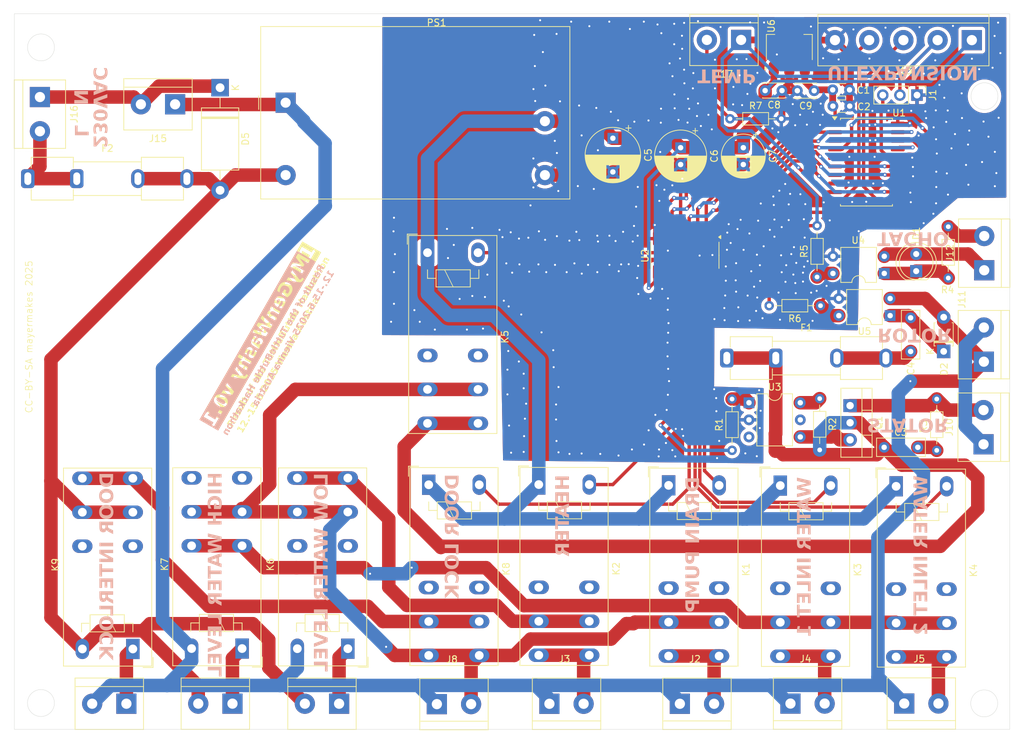
<source format=kicad_pcb>
(kicad_pcb (version 20240108) (generator "pcbnew") (generator_version "8.0")
  (layers (0 "F.Cu" signal) (31 "B.Cu" signal) (34 "B.Paste" user) (35 "F.Paste" user) (36 "B.SilkS" user "B.Silkscreen") (37 "F.SilkS" user "F.Silkscreen") (38 "B.Mask" user) (39 "F.Mask" user) (44 "Edge.Cuts" user))
  (net 0 "")
  (net 1 "+3V3")
  (net 2 "Net-(C3-Pad1)")
  (net 3 "/Motor control/MOTOR_230V_LIVE")
  (net 4 "Net-(D2-K)")
  (net 5 "Net-(C4-Pad1)")
  (net 6 "+5V")
  (net 7 "GND")
  (net 8 "/Motor control/TACHO2")
  (net 9 "Net-(D1-K)")
  (net 10 "/MCU/9")
  (net 11 "/MCU/8")
  (net 12 "/power conversion/230V_LIVE_INPUT")
  (net 13 "/MCU/UPDI")
  (net 14 "/intermediary/Drain_pump")
  (net 15 "/intermediary/Heater")
  (net 16 "/intermediary/Water_Inlet1")
  (net 17 "/intermediary/Water_Inlet2")
  (net 18 "Net-(J6-Pin_1)")
  (net 19 "Net-(J7-Pin_1)")
  (net 20 "/intermediary/LOCK")
  (net 21 "Net-(J9-Pin_1)")
  (net 22 "Net-(J10-Pin_1)")
  (net 23 "Net-(J10-Pin_2)")
  (net 24 "/Motor control/TACHO1")
  (net 25 "/MCU/7")
  (net 28 "Net-(U2-O1)")
  (net 29 "Net-(K2-Pad11)")
  (net 31 "Net-(U2-O5)")
  (net 34 "Net-(K3-Pad11)")
  (net 35 "Net-(U2-O2)")
  (net 37 "Net-(U2-O3)")
  (net 40 "Net-(U2-O6)")
  (net 48 "Net-(U2-O4)")
  (net 49 "Net-(K8-Pad11)")
  (net 53 "Net-(Q1-G)")
  (net 54 "Net-(R1-Pad2)")
  (net 55 "/Motor control/MOTOR_PWM")
  (net 56 "Net-(R2-Pad1)")
  (net 57 "/MCU/15")
  (net 58 "/MCU/2")
  (net 59 "/MCU/4")
  (net 60 "/MCU/10")
  (net 61 "/MCU/12")
  (net 62 "/MCU/6")
  (net 63 "/MCU/11")
  (net 64 "/MCU/3")
  (net 65 "/MCU/1")
  (net 66 "/MCU/5")
  (net 67 "/MCU/13")
  (net 68 "/MCU/16")
  (net 69 "/MCU/0")
  (net 70 "/MCU/14")
  (net 73 "Net-(D5-A1)")
  (net 74 "230V_LIVE")
  (net 75 "230V_NEUTRAL")
  (footprint "Capacitor_THT:C_Disc_D7.0mm_W2.5mm_P5.00mm" (layer "F.Cu") (at 152.29 68.84 90)
    (property "Reference" "C4")
    (property "Value" "400V 10nF")
  )
  (footprint "TerminalBlock:TerminalBlock_bornier-2_P5.08mm" (layer "F.Cu") (at 51.6 121.13 180)
    (property "Reference" "J7" (hide yes))
    (property "Value" "HIGH_LEVEL")
  )
  (footprint "TerminalBlock:TerminalBlock_bornier-2_P5.08mm" (layer "F.Cu") (at 43.08 32.14 180)
    (property "Reference" "J15")
    (property "Value" "Conn_01x02_Socket")
  )
  (footprint "Connector_PinHeader_2.54mm:PinHeader_1x03_P2.54mm_Vertical" (layer "F.Cu") (at 153.24 30.77 -90)
    (property "Reference" "J1")
    (property "Value" "PRG_01x03_Pin")
  )
  (footprint "Relay_THT:Relay_SPDT_Schrack-RT1-16A-FormC_RM5mm" (layer "F.Cu") (at 53.03 112.95 90)
    (property "Reference" "K7")
    (property "Value" "RTD14730")
  )
  (footprint "Package_DIP:DIP-4_W7.62mm" (layer "F.Cu") (at 148.38 57.25 180)
    (property "Reference" "U4")
    (property "Value" "PC817")
  )
  (footprint "Relay_THT:Relay_SPDT_Schrack-RT1-16A-FormC_RM5mm" (layer "F.Cu") (at 150.14 88.86 -90)
    (property "Reference" "K4")
    (property "Value" "RZ03-1C4-D005")
  )
  (footprint "Resistor_THT:R_Axial_DIN0204_L3.6mm_D1.6mm_P7.62mm_Horizontal" (layer "F.Cu") (at 138.4 57.78 90)
    (property "Reference" "R5")
    (property "Value" "47k")
  )
  (footprint "TerminalBlock:TerminalBlock_bornier-2_P5.08mm" (layer "F.Cu") (at 35.85 121.14 180)
    (property "Reference" "J9" (hide yes))
    (property "Value" "DOOR_INTERLOCK")
  )
  (footprint "Package_TO_SOT_THT:TO-220-3_Vertical" (layer "F.Cu") (at 143.305 76.88 -90)
    (property "Reference" "Q1")
    (property "Value" "BTB16-600B")
  )
  (footprint "TerminalBlock:TerminalBlock_bornier-2_P5.08mm" (layer "F.Cu") (at 163.17 70.36 90)
    (property "Reference" "J11")
    (property "Value" "ROTOR")
  )
  (footprint "Relay_THT:Relay_SPDT_Schrack-RT1-16A-FormC_RM5mm" (layer "F.Cu") (at 97.08 88.6 -90)
    (property "Reference" "K2")
    (property "Value" "RZ03-1C4-D005")
  )
  (footprint "TerminalBlock:TerminalBlock_bornier-2_P5.08mm" (layer "F.Cu") (at 151.34 121.11)
    (property "Reference" "J5")
    (property "Value" "WATER INLET 2")
  )
  (footprint "Capacitor_THT:C_Disc_D3.0mm_W1.6mm_P2.50mm" (layer "F.Cu") (at 140.75 32.41)
    (property "Reference" "C2")
    (property "Value" "0,1uF")
  )
  (footprint "TerminalBlock:TerminalBlock_bornier-2_P5.08mm" (layer "F.Cu") (at 163.12 82.62 90)
    (property "Reference" "J10")
    (property "Value" "STATOR")
  )
  (footprint "Resistor_THT:R_Axial_DIN0204_L3.6mm_D1.6mm_P7.62mm_Horizontal" (layer "F.Cu") (at 138.79 75.84 -90)
    (property "Reference" "R2")
    (property "Value" "330")
  )
  (footprint "Fuse:Fuseholder_Clip-5x20mm_Keystone_3512_Inline_P23.62x7.27mm_D1.02x1.57mm_Horizontal" (layer "F.Cu") (at 21.21 43.18)
    (property "Reference" "F2")
    (property "Value" "Fuse")
  )
  (footprint "TerminalBlock:TerminalBlock_bornier-5_P5.08mm" (layer "F.Cu") (at 161.38 22.61 180)
    (property "Reference" "J13")
    (property "Value" "Conn_01x05_Socket")
  )
  (footprint "Relay_THT:Relay_SPDT_Schrack-RT1-16A-FormC_RM5mm" (layer "F.Cu") (at 80.74 88.63 -90)
    (property "Reference" "K8")
    (property "Value" "RZ03-1C4-D005")
  )
  (footprint "TerminalBlock:TerminalBlock_bornier-2_P5.08mm" (layer "F.Cu") (at 163.22 56.78 90)
    (property "Reference" "J12")
    (property "Value" "TACHO")
  )
  (footprint "Capacitor_THT:C_Disc_D3.0mm_W2.0mm_P2.50mm" (layer "F.Cu") (at 137.97 30.12 180)
    (property "Reference" "C9")
    (property "Value" "10uF")
  )
  (footprint "LED_THT:LED_D5.0mm" (layer "F.Cu") (at 153.12 56.91 90)
    (property "Reference" "D1")
    (property "Value" "LED")
  )
  (footprint "Capacitor_THT:CP_Radial_D7.5mm_P2.50mm" (layer "F.Cu") (at 118.14 38.58 -90)
    (property "Reference" "C6")
    (property "Value" "10uF")
  )
  (footprint "Relay_THT:Relay_SPDT_Schrack-RT1-16A-FormC_RM5mm" (layer "F.Cu") (at 68.73 112.97 90)
    (property "Reference" "K6")
    (property "Value" "RTD14730")
  )
  (footprint "Resistor_THT:R_Axial_DIN0204_L3.6mm_D1.6mm_P7.62mm_Horizontal" (layer "F.Cu") (at 156.17 75.9 -90)
    (property "Reference" "R3")
    (property "Value" "100")
  )
  (footprint "Resistor_THT:R_Axial_DIN0204_L3.6mm_D1.6mm_P7.62mm_Horizontal" (layer "F.Cu") (at 125.47 34.29)
    (property "Reference" "R7")
    (property "Value" "5k")
  )
  (footprint "Resistor_THT:R_Axial_DIN0204_L3.6mm_D1.6mm_P7.62mm_Horizontal" (layer "F.Cu") (at 138.91 62.04 180)
    (property "Reference" "R6")
    (property "Value" "47k")
  )
  (footprint "Relay_THT:Relay_SPDT_Schrack-RT1-16A-FormC_RM5mm" (layer "F.Cu") (at 36.81 113.01 90)
    (property "Reference" "K9")
    (property "Value" "RTD14730")
  )
  (footprint "Package_DIP:DIP-6_W7.62mm" (layer "F.Cu") (at 128.29 76.449999)
    (property "Reference" "U3")
    (property "Value" "MOC3020M")
  )
  (footprint "TerminalBlock:TerminalBlock_bornier-2_P5.08mm" (layer "F.Cu") (at 118.03 121.15)
    (property "Reference" "J2")
    (property "Value" "DRAIN PUMP")
  )
  (footprint "Diode_THT:D_T-1_P5.08mm_Horizontal" (layer "F.Cu") (at 157.2 68.83 90)
    (property "Reference" "D2")
    (property "Value" "D")
  )
  (footprint "Capacitor_THT:CP_Radial_D8.0mm_P5.00mm" (layer "F.Cu") (at 108.080001 37.177349 -90)
    (property "Reference" "C5")
    (property "Value" "330uF")
  )
  (footprint "Relay_THT:Relay_SPDT_Schrack-RT1-16A-FormC_RM5mm" (layer "F.Cu") (at 80.559999 54.17 -90)
    (property "Reference" "K5")
    (property "Value" "RZ03-1C4-D005")
  )
  (footprint "Package_DIP:DIP-4_W7.62mm" (layer "F.Cu") (at 149.25 63.515 180)
    (property "Reference" "U5")
    (property "Value" "PC817")
  )
  (footprint "Capacitor_THT:C_Disc_D7.0mm_W2.5mm_P5.00mm" (layer "F.Cu") (at 153.36 83.07 180)
    (property "Reference" "C3")
    (property "Value" "400V 100nF")
  )
  (footprint "Relay_THT:Relay_SPDT_Schrack-RT1-16A-FormC_RM5mm" (layer "F.Cu") (at 116.36 88.72 -90)
    (property "Reference" "K1")
    (property "Value" "RZ03-1C4-D005")
  )
  (footprint "TerminalBlock:TerminalBlock_bornier-2_P5.08mm" (layer "F.Cu") (at 98.66 121.15)
    (property "Reference" "J3")
    (property "Value" "HEATER")
  )
  (footprint "Capacitor_THT:CP_Radial_D6.3mm_P2.50mm" (layer "F.Cu") (at 127.45 38.58 -90)
    (property "Reference" "C7")
    (property "Value" "0,1uF")
  )
  (footprint "Fuse:Fuseholder_Clip-5x20mm_Keystone_3512_Inline_P23.62x7.27mm_D1.02x1.57mm_Horizontal" (layer "F.Cu") (at 125 69.82)
    (property "Reference" "F1")
    (property "Value" "100mA")
  )
  (footprint "TerminalBlock:TerminalBlock_bornier-2_P5.08mm" (layer "F.Cu") (at 67.43 121.14 180)
    (property "Reference" "J6" (hide yes))
    (property "Value" "LOW_LEVEL")
  )
  (footprint "Resistor_THT:R_Axial_DIN0204_L3.6mm_D1.6mm_P7.62mm_Horizontal" (layer "F.Cu") (at 157.88 50.31 -90)
    (property "Reference" "R4")
    (property "Value" "10k")
  )
  (footprint "TerminalBlock:TerminalBlock_bornier-2_P5.08mm" (layer "F.Cu") (at 81.95 121.2)
    (property "Reference" "J8")
    (property "Value" "DOOR LOCK")
  )
  (footprint "Package_SO:SOIC-16_3.9x9.9mm_P1.27mm" (layer "F.Cu") (at 118.775 54.555 -90)
    (property "Reference" "U2")
    (property "Value" "ULN2003")
  )
  (footprint "Relay_THT:Relay_SPDT_Schrack-RT1-16A-FormC_RM5mm" (layer "F.Cu") (at 132.94 88.75 -90)
    (property "Reference" "K3")
    (property "Value" "RZ03-1C4-D005")
  )
  (footprint "Capacitor_THT:C_Disc_D3.0mm_W1.6mm_P2.50mm" (layer "F.Cu") (at 140.72 29.99)
    (property "Reference" "C1")
    (property "Value" "10uF")
  )
  (footprint "Diode_THT:D_DO-201AE_P15.24mm_Horizontal" (layer "F.Cu") (at 49.76 29.67 -90)
    (property "Reference" "D5")
    (property "Value" "1.5KExxCA")
  )
  (footprint "TerminalBlock:TerminalBlock_bornier-2_P5.08mm" (layer "F.Cu") (at 127.12 22.58 180)
    (property "Reference" "J17")
    (property "Value" "NTC 5k")
  )
  (footprint "Package_TO_SOT_SMD:SOT-223-3_TabPin2" (layer "F.Cu") (at 134.28 23.67 90)
    (property "Reference" "U6")
    (property "Value" "MCP1825S")
  )
  (footprint "Capacitor_THT:C_Disc_D3.0mm_W2.0mm_P2.50mm" (layer "F.Cu") (at 130.69 30.1)
    (property "Reference" "C8")
    (property "Value" "10uF")
  )
  (footprint "Package_SO:SOIC-20W_7.5x12.8mm_P1.27mm" (layer "F.Cu") (at 145.73 40.725)
    (property "Reference" "U1")
    (property "Value" "ATtiny3226-S")
  )
  (footprint "Converter_ACDC:Converter_ACDC_MeanWell_IRM-10-xx_THT" (layer "F.Cu") (at 59.4925 31.9)
    (property "Reference" "PS1")
    (property "Value" "IRM-10-5")
  )
  (footprint "TerminalBlock:TerminalBlock_bornier-2_P5.08mm" (layer "F.Cu") (at 23.01 31.06 -90)
    (property "Reference" "J16")
    (property "Value" "230V_IN")
  )
  (footprint "TerminalBlock:TerminalBlock_bornier-2_P5.08mm" (layer "F.Cu") (at 134.45 121.12)
    (property "Reference" "J4")
    (property "Value" "WATER INLET 1")
  )
  (footprint "Resistor_THT:R_Axial_DIN0204_L3.6mm_D1.6mm_P7.62mm_Horizontal" (layer "F.Cu") (at 125.78 83.52 90)
    (property "Reference" "R1")
    (property "Value" "1k")
  )
  (gr_rect (start 19.22 18.69) (end 167 124.96) (stroke (width 0.05)) (fill none) (layer "Edge.Cuts"))
  (gr_circle (center 163.26 30.94) (end 165.26 30.94) (stroke (width 0.05)) (fill none) (layer "Edge.Cuts"))
  (gr_circle (center 163.22 121.09) (end 165.22 121.09) (stroke (width 0.05)) (fill none) (layer "Edge.Cuts"))
  (gr_circle (center 23.16 121.04) (end 25.16 121.04) (stroke (width 0.05)) (fill none) (layer "Edge.Cuts"))
  (gr_circle (center 23.17 23.69) (end 25.17 23.69) (stroke (width 0.05)) (fill none) (layer "Edge.Cuts"))
  (gr_text "DOOR INTERLOCK" (at 34.22 86.77 90) (layer "B.SilkS") (effects (font (size 2 2) (thickness 0.2) (bold yes)) (justify left bottom mirror)))
  (gr_text "ROTOR" (at 147.37 65.12 180) (layer "B.SilkS") (effects (font (size 2 2) (thickness 0.2) (bold yes)) (justify left bottom mirror)))
  (gr_text "HEATER" (at 101.9 87.14 90) (layer "B.SilkS") (effects (font (size 2 2) (thickness 0.2) (bold yes)) (justify left bottom mirror)))
  (gr_text "L" (at 27.87 36.99 -90) (layer "B.SilkS") (effects (font (size 2 2) (thickness 0.2) (bold yes)) (justify left bottom mirror)))
  (gr_text "TACHO" (at 147.34 50.81 180) (layer "B.SilkS") (effects (font (size 2 2) (thickness 0.2) (bold yes)) (justify left bottom mirror)))
  (gr_text "TEMP" (at 120.64 26.63 180) (layer "B.SilkS") (effects (font (size 2 2) (thickness 0.2) (bold yes)) (justify left bottom mirror)))
  (gr_text "230VAC" (at 30.64 38.62 270) (layer "B.SilkS") (effects (font (size 2 2) (thickness 0.2) (bold yes)) (justify left bottom mirror)))
  (gr_text "Result of the TuttleButtle Hackathon\n12.-15.6.2025 Vienna Austria" (at 66.909445 57.224233 60) (layer "B.SilkS") (effects (font (size 1 1) (thickness 0.2) (bold yes)) (justify left bottom mirror)))
  (gr_text "LOW WATER LEVEL" (at 66.07 86.89 90) (layer "B.SilkS") (effects (font (size 2 2) (thickness 0.2) (bold yes)) (justify left bottom mirror)))
  (gr_text "WATER INLET 2" (at 155.1 87.23 90) (layer "B.SilkS") (effects (font (size 2 2) (thickness 0.2) (bold yes)) (justify left bottom mirror)))
  (gr_text "WATER INLET 1" (at 137.79 87.48 90) (layer "B.SilkS") (effects (font (size 2 2) (thickness 0.2) (bold yes)) (justify left bottom mirror)))
  (gr_text "HIGH WATER LEVEL" (at 50.32 86.77 90) (layer "B.SilkS") (effects (font (size 2 2) (thickness 0.2) (bold yes)) (justify left bottom mirror)))
  (gr_text "DOOR LOCK" (at 85.51 87.03 90) (layer "B.SilkS") (effects (font (size 2 2) (thickness 0.2) (bold yes)) (justify left bottom mirror)))
  (gr_text "N" (at 27.77 32.26 -90) (layer "B.SilkS") (effects (font (size 2 2) (thickness 0.2) (bold yes)) (justify left bottom mirror)))
  (gr_text "STATOR" (at 145.79 78.48 180) (layer "B.SilkS") (effects (font (size 2 2) (thickness 0.2) (bold yes)) (justify left bottom mirror)))
  (gr_text "MyGenWashy v0.1" (at 63.52 55.25 60) (layer "B.SilkS" knockout) (effects (font (size 2 2) (thickness 0.5) (bold yes)) (justify left bottom mirror)))
  (gr_text "DRAIN PUMP" (at 121.22 87.42 90) (layer "B.SilkS") (effects (font (size 2 2) (thickness 0.2) (bold yes)) (justify left bottom mirror)))
  (gr_text "UI EXPANSION" (at 139.88 26.19 180) (layer "B.SilkS") (effects (font (size 2 2) (thickness 0.2) (bold yes)) (justify left bottom mirror)))
  (gr_text "MyGenWashy v0.1" (at 49.84134 78.955 60) (layer "F.SilkS" knockout) (effects (font (size 2 2) (thickness 0.5) (bold yes)) (justify left bottom)))
  (gr_text "Result of the TuttleButtle Hackathon\n12.-15.6.2025 Vienna Austria" (at 53.18 81.13 60) (layer "F.SilkS") (effects (font (size 1 1) (thickness 0.2) (bold yes)) (justify left bottom)))
  (gr_text "CC-BY-SA mayermakes 2025\n" (at 21.98 78.06 90) (layer "F.SilkS") (effects (font (size 1 1) (thickness 0.1)) (justify left bottom)))
  (segment (start 150.7 28.21) (end 156.3 22.61) (width 0.5) (layer "F.Cu") (net 1))
  (segment (start 131.29 54.17) (end 135.3 50.16) (width 0.5) (layer "F.Cu") (net 1))
  (segment (start 140.72 32.38) (end 140.75 32.41) (width 1) (layer "F.Cu") (net 1))
  (segment (start 141.08 35.01) (end 141.08 32.74) (width 0.5) (layer "F.Cu") (net 1))
  (segment (start 136.58 28.73) (end 137.97 30.12) (width 1) (layer "F.Cu") (net 1))
  (segment (start 150.7 30.77) (end 150.7 28.21) (width 0.5) (layer "F.Cu") (net 1))
  (segment (start 140.72 29.99) (end 138.1 29.99) (width 1) (layer "F.Cu") (net 1))
  (segment (start 131.29 62.04) (end 131.29 54.17) (width 0.5) (layer "F.Cu") (net 1))
  (segment (start 133.34 22.58) (end 136.58 25.82) (width 1) (layer "F.Cu") (net 1))
  (segment (start 136.58 26.82) (end 136.58 28.73) (width 1) (layer "F.Cu") (net 1))
  (segment (start 127.12 22.58) (end 133.34 22.58) (width 1) (layer "F.Cu") (net 1))
  (segment (start 136.58 25.82) (end 136.58 26.82) (width 1) (layer "F.Cu") (net 1))
  (segment (start 138.1 29.99) (end 137.97 30.12) (width 1) (layer "F.Cu") (net 1))
  (segment (start 140.72 29.99) (end 140.72 32.38) (width 1) (layer "F.Cu") (net 1))
  (segment (start 141.08 32.74) (end 140.75 32.41) (width 0.5) (layer "F.Cu") (net 1))
  (segment (start 135.3 50.16) (end 138.4 50.16) (width 0.5) (layer "F.Cu") (net 1))
  (segment (start 132.53 27.99) (end 127.12 22.58) (width 0.5) (layer "B.Cu") (net 1))
  (segment (start 124.32 25.38) (end 127.12 22.58) (width 0.5) (layer "B.Cu") (net 1))
  (segment (start 138.4 50.16) (end 138.4 45.83) (width 0.5) (layer "B.Cu") (net 1))
  (segment (start 125.17 36.09) (end 124.32 35.24) (width 0.5) (layer "B.Cu") (net 1))
  (segment (start 156.3 22.61) (end 150.92 27.99) (width 0.5) (layer "B.Cu") (net 1))
  (segment (start 150.92 27.99) (end 132.53 27.99) (width 0.5) (layer "B.Cu") (net 1))
  (segment (start 128.66 36.09) (end 125.17 36.09) (width 0.5) (layer "B.Cu") (net 1))
  (segment (start 138.4 45.83) (end 128.66 36.09) (width 0.5) (layer "B.Cu") (net 1))
  (segment (start 124.32 35.24) (end 124.32 25.38) (width 0.5) (layer "B.Cu") (net 1))
  (segment (start 155.72 83.07) (end 156.17 83.52) (width 2) (layer "F.Cu") (net 2))
  (segment (start 153.36 83.07) (end 155.72 83.07) (width 2) (layer "F.Cu") (net 2))
  (segment (start 82.72 97.77) (end 156.69 97.77) (width 2) (layer "F.Cu") (net 3))
  (segment (start 132.21 81.061269) (end 132.21 83.63) (width 2) (layer "F.Cu") (net 3))
  (segment (start 148.36 83.07) (end 144.71 79.42) (width 2) (layer "F.Cu") (net 3))
  (segment (start 132.83 83.63) (end 133.36 84.16) (width 2) (layer "F.Cu") (net 3))
  (segment (start 160.31 85.72) (end 151.01 85.72) (width 2) (layer "F.Cu") (net 3))
  (segment (start 151.01 85.72) (end 148.36 83.07) (width 2) (layer "F.Cu") (net 3))
  (segment (start 132.27 81.001269) (end 132.21 81.061269) (width 2) (layer "F.Cu") (net 3))
  (segment (start 80.559999 79.51) (end 77.09 82.979999) (width 2) (layer "F.Cu") (net 3))
  (segment (start 133.36 84.16) (end 147.27 84.16) (width 2) (layer "F.Cu") (net 3))
  (segment (start 82.55 97.94) (end 82.72 97.77) (width 2) (layer "F.Cu") (net 3))
  (segment (start 125 69.82) (end 132.27 69.82) (width 2) (layer "F.Cu") (net 3))
  (segment (start 77.09 92.48) (end 82.55 97.94) (width 2) (layer "F.Cu") (net 3))
  (segment (start 162.26 92.2) (end 162.26 87.67) (width 2) (layer "F.Cu") (net 3))
  (segment (start 162.26 87.67) (end 160.31 85.72) (width 2) (layer "F.Cu") (net 3))
  (segment (start 132.27 69.82) (end 132.27 81.001269) (width 2) (layer "F.Cu") (net 3))
  (segment (start 132.21 83.63) (end 132.83 83.63) (width 2) (layer "F.Cu") (net 3))
  (segment (start 144.71 79.42) (end 143.305 79.42) (width 2) (layer "F.Cu") (net 3))
  (segment (start 88.06 79.51) (end 80.559999 79.51) (width 2) (layer "F.Cu") (net 3))
  (segment (start 77.09 82.979999) (end 77.09 92.48) (width 2) (layer "F.Cu") (net 3))
  (segment (start 156.69 97.77) (end 162.26 92.2) (width 2) (layer "F.Cu") (net 3))
  (segment (start 147.27 84.16) (end 148.36 83.07) (width 2) (layer "F.Cu") (net 3))
  (segment (start 143.305 79.42) (end 140.4 79.42) (width 2) (layer "B.Cu") (net 3))
  (segment (start 138.79 81.03) (end 138.79 83.46) (width 2) (layer "B.Cu") (net 3))
  (segment (start 140.4 79.42) (end 138.79 81.03) (width 2) (layer "B.Cu") (net 3))
  (segment (start 149.25 63.515) (end 151.965 63.515) (width 2) (layer "F.Cu") (net 4))
  (segment (start 152.29 63.92) (end 157.2 68.83) (width 2) (layer "F.Cu") (net 4))
  (segment (start 152.29 63.84) (end 152.29 63.92) (width 2) (layer "F.Cu") (net 4))
  (segment (start 151.965 63.515) (end 152.29 63.84) (width 2) (layer "F.Cu") (net 4))
  (segment (start 148.62 69.82) (end 151.31 69.82) (width 2) (layer "F.Cu") (net 5))
  (segment (start 151.31 69.82) (end 152.29 68.84) (width 2) (layer "F.Cu") (net 5))
  (segment (start 141.35 69.82) (end 148.62 69.82) (width 2) (layer "F.Cu") (net 5))
  (segment (start 108.080001 37.177349) (end 116.737349 37.177349) (width 2) (layer "F.Cu") (net 6))
  (segment (start 114.33 57.03) (end 114.33 58.48) (width 0.5) (layer "F.Cu") (net 6))
  (segment (start 130.69 33.56) (end 130.69 30.1) (width 2) (layer "F.Cu") (net 6))
  (segment (start 127.45 38.58) (end 127.45 36.8) (width 2) (layer "F.Cu") (net 6))
  (segment (start 105.552652 34.65) (end 108.080001 37.177349) (width 2) (layer "F.Cu") (net 6))
  (segment (start 118.14 38.58) (end 127.45 38.58) (width 2) (layer "F.Cu") (net 6))
  (segment (start 131.98 26.82) (end 131.98 28.81) (width 1) (layer "F.Cu") (net 6))
  (segment (start 131.98 28.81) (end 130.69 30.1) (width 1) (layer "F.Cu") (net 6))
  (segment (start 114.33 58.48) (end 113.41 59.4) (width 0.5) (layer "F.Cu") (net 6))
  (segment (start 116.737349 37.177349) (end 118.14 38.58) (width 2) (layer "F.Cu") (net 6))
  (segment (start 97.9925 34.65) (end 105.552652 34.65) (width 2) (layer "F.Cu") (net 6))
  (segment (start 127.45 36.8) (end 130.69 33.56) (width 2) (layer "F.Cu") (net 6))
  (via (at 113.41 59.4) (size 0.6) (drill 0.3) (layers "F.Cu" "B.Cu") (net 6))
  (segment (start 145.3 93.7) (end 150.14 88.86) (width 2) (layer "B.Cu") (net 6))
  (segment (start 111.95 93.7) (end 127.32 93.7) (width 2) (layer "B.Cu") (net 6))
  (segment (start 85.81 93.7) (end 91.98 93.7) (width 2) (layer "B.Cu") (net 6))
  (segment (start 97.9925 34.65) (end 86.11 34.65) (width 2) (layer "B.Cu") (net 6))
  (segment (start 132.94 88.75) (end 127.99 93.7) (width 2) (layer "B.Cu") (net 6))
  (segment (start 97.08 70.18) (end 90.38 63.48) (width 2) (layer "B.Cu") (net 6))
  (segment (start 80.559999 40.200001) (end 80.559999 54.17) (width 2) (layer "B.Cu") (net 6))
  (segment (start 127.32 93.7) (end 145.3 93.7) (width 2) (layer "B.Cu") (net 6))
  (segment (start 80.74 88.63) (end 85.81 93.7) (width 2) (layer "B.Cu") (net 6))
  (segment (start 91.98 93.7) (end 97.08 88.6) (width 2) (layer "B.Cu") (net 6))
  (segment (start 116.36 89.29) (end 111.95 93.7) (width 2) (layer "B.Cu") (net 6))
  (segment (start 86.11 34.65) (end 80.559999 40.200001) (width 2) (layer "B.Cu") (net 6))
  (segment (start 113.41 59.4) (end 113.41 43.31) (width 0.5) (layer "B.Cu") (net 6))
  (segment (start 161.38 22.61) (end 155.25 28.74) (width 0.5) (layer "B.Cu") (net 6))
  (segment (start 91.98 93.7) (end 111.95 93.7) (width 2) (layer "B.Cu") (net 6))
  (segment (start 90.38 63.48) (end 83.73 63.48) (width 2) (layer "B.Cu") (net 6))
  (segment (start 155.25 28.74) (end 132.05 28.74) (width 0.5) (layer "B.Cu") (net 6))
  (segment (start 127.99 93.7) (end 127.32 93.7) (width 2) (layer "B.Cu") (net 6))
  (segment (start 80.559999 60.309999) (end 80.559999 54.17) (width 2) (layer "B.Cu") (net 6))
  (segment (start 97.08 88.6) (end 97.08 70.18) (width 2) (layer "B.Cu") (net 6))
  (segment (start 113.41 43.31) (end 118.14 38.58) (width 0.5) (layer "B.Cu") (net 6))
  (segment (start 132.05 28.74) (end 130.69 30.1) (width 0.5) (layer "B.Cu") (net 6))
  (segment (start 116.36 88.72) (end 116.36 89.29) (width 2) (layer "B.Cu") (net 6))
  (segment (start 83.73 63.48) (end 80.559999 60.309999) (width 2) (layer "B.Cu") (net 6))
  (segment (start 97.9925 42.65) (end 107.60735 42.65) (width 2) (layer "F.Cu") (net 7))
  (segment (start 108.080001 42.177349) (end 117.042651 42.177349) (width 2) (layer "F.Cu") (net 7))
  (segment (start 133.19 30.1) (end 133.19 34.19) (width 1) (layer "F.Cu") (net 7))
  (segment (start 143.22 29.99) (end 143.22 24.77) (width 1) (layer "F.Cu") (net 7))
  (segment (start 143.22 29.99) (end 143.22 32.38) (width 1) (layer "F.Cu") (net 7))
  (segment (start 143.22 24.77) (end 141.06 22.61) (width 1) (layer "F.Cu") (net 7))
  (segment (start 152.13 35.01) (end 152.18 34.96) (width 0.5) (layer "F.Cu") (net 7))
  (segment (start 114.33 52.08) (end 114.33 50.08) (width 0.5) (layer "F.Cu") (net 7))
  (segment (start 153.24 33.9) (end 152.18 34.96) (width 0.5) (layer "F.Cu") (net 7))
  (segment (start 114.33 50.08) (end 114.31 50.06) (width 0.5) (layer "F.Cu") (net 7))
  (segment (start 118.14 41.08) (end 127.45 41.08) (width 2) (layer "F.Cu") (net 7))
  (segment (start 134.28 26.82) (end 134.28 29.01) (width 1) (layer "F.Cu") (net 7))
  (segment (start 107.60735 42.65) (end 108.080001 42.177349) (width 2) (layer "F.Cu") (net 7))
  (segment (start 150.38 35.01) (end 152.13 35.01) (width 0.5) (layer "F.Cu") (net 7))
  (segment (start 143.22 32.38) (end 143.25 32.41) (width 1) (layer "F.Cu") (net 7))
  (segment (start 117.042651 42.177349) (end 118.14 41.08) (width 2) (layer "F.Cu") (net 7))
  (segment (start 136.37 22.61) (end 134.28 20.52) (width 1) (layer "F.Cu") (net 7))
  (segment (start 141.06 22.61) (end 136.37 22.61) (width 1) (layer "F.Cu") (net 7))
  (segment (start 133.21 30.12) (end 133.19 30.1) (width 1) (layer "F.Cu") (net 7))
  (segment (start 133.19 34.19) (end 133.09 34.29) (width 1) (layer "F.Cu") (net 7))
  (segment (start 135.47 30.12) (end 133.21 30.12) (width 1) (layer "F.Cu") (net 7))
  (segment (start 134.28 29.01) (end 133.19 30.1) (width 1) (layer "F.Cu") (net 7))
  (segment (start 153.24 30.77) (end 153.24 33.9) (width 0.5) (layer "F.Cu") (net 7))
  (via (at 120.03 27.5) (size 0.6) (drill 0.3) (layers "F.Cu" "B.Cu") (net 7))
  (via (at 147.08 37.45) (size 0.6) (drill 0.3) (layers "F.Cu" "B.Cu") (net 7))
  (via (at 155.67 48.39) (size 0.6) (drill 0.3) (layers "F.Cu" "B.Cu") (net 7))
  (via (at 122.27 33.7) (size 0.6) (drill 0.3) (layers "F.Cu" "B.Cu") (net 7))
  (via (at 156.57 29.26) (size 0.6) (drill 0.3) (layers "F.Cu" "B.Cu") (net 7))
  (via (at 120.72 32.01) (size 0.6) (drill 0.3) (layers "F.Cu" "B.Cu") (net 7))
  (via (at 116.23 62.65) (size 0.6) (drill 0.3) (layers "F.Cu" "B.Cu") (net 7))
  (via (at 101.63 52.38) (size 0.6) (drill 0.3) (layers "F.Cu" "B.Cu") (net 7))
  (via (at 127.05 49.29) (size 0.6) (drill 0.3) (layers "F.Cu" "B.Cu") (net 7))
  (via (at 99.77 39.37) (size 0.6) (drill 0.3) (layers "F.Cu" "B.Cu") (net 7))
  (via (at 134.19 49.33) (size 0.6) (drill 0.3) (layers "F.Cu" "B.Cu") (net 7))
  (via (at 132.8 44.97) (size 0.6) (drill 0.3) (layers "F.Cu" "B.Cu") (net 7))
  (via (at 94.84 83.75) (size 0.6) (drill 0.3) (layers "F.Cu" "B.Cu") (net 7))
  (via (at 137.79 33.25) (size 0.6) (drill 0.3) (layers "F.Cu" "B.Cu") (net 7))
  (via (at 129.65 49.42) (size 0.6) (drill 0.3) (layers "F.Cu" "B.Cu") (net 7))
  (via (at 127.49 53.75) (size 0.6) (drill 0.3) (layers "F.Cu" "B.Cu") (net 7))
  (via (at 107.55 19.87) (size 0.6) (drill 0.3) (layers "F.Cu" "B.Cu") (net 7))
  (via (at 130.47 53.22) (size 0.6) (drill 0.3) (layers "F.Cu" "B.Cu") (net 7))
  (via (at 84.46 53.02) (size 0.6) (drill 0.3) (layers "F.Cu" "B.Cu") (net 7))
  (via (at 112.68 19.87) (size 0.6) (drill 0.3) (layers "F.Cu" "B.Cu") (net 7))
  (via (at 156.18 39.45) (size 0.6) (drill 0.3) (layers "F.Cu" "B.Cu") (net 7))
  (via (at 111.27 34.72) (size 0.6) (drill 0.3) (layers "F.Cu" "B.Cu") (net 7))
  (via (at 116.26 60.96) (size 0.6) (drill 0.3) (layers "F.Cu" "B.Cu") (net 7))
  (via (at 145.7 46.61) (size 0.6) (drill 0.3) (layers "F.Cu" "B.Cu") (net 7))
  (via (at 113.67 60.99) (size 0.6) (drill 0.3) (layers "F.Cu" "B.Cu") (net 7))
  (via (at 101.22 57.06) (size 0.6) (drill 0.3) (layers "F.Cu" "B.Cu") (net 7))
  (via (at 96.29 29.88) (size 0.6) (drill 0.3) (layers "F.Cu" "B.Cu") (net 7))
  (via (at 132.07 49.25) (size 0.6) (drill 0.3) (layers "F.Cu" "B.Cu") (net 7))
  (via (at 136.56 51.93) (size 0.6) (drill 0.3) (layers "F.Cu" "B.Cu") (net 7))
  (via (at 105.86 38.96) (size 0.6) (drill 0.3) (layers "F.Cu" "B.Cu") (net 7))
  (via (at 103.46 57.28) (size 0.6) (drill 0.3) (layers "F.Cu" "B.Cu") (net 7))
  (via (at 123.24 25.52) (size 0.6) (drill 0.3) (layers "F.Cu" "B.Cu") (net 7))
  (via (at 96.28 40.18) (size 0.6) (drill 0.3) (layers "F.Cu" "B.Cu") (net 7))
  (via (at 148.56 20.76) (size 0.6) (drill 0.3) (layers "F.Cu" "B.Cu") (net 7))
  (via (at 114.31 50.06) (size 0.6) (drill 0.3) (layers "F.Cu" "B.Cu") (net 7))
  (via (at 165.36 34.14) (size 0.6) (drill 0.3) (layers "F.Cu" "B.Cu") (net 7))
  (via (at 156.1 44.42) (size 0.6) (drill 0.3) (layers "F.Cu" "B.Cu") (net 7))
  (via (at 94.84 72.14) (size 0.6) (drill 0.3) (layers "F.Cu" "B.Cu") (net 7))
  (via (at 114.88 84.42) (size 0.6) (drill 0.3) (layers "F.Cu" "B.Cu") (net 7))
  (via (at 100.01 74.12) (size 0.6) (drill 0.3) (layers "F.Cu" "B.Cu") (net 7))
  (via (at 129.35 62.82) (size 0.6) (drill 0.3) (layers "F.Cu" "B.Cu") (net 7))
  (via (at 123.55 84.67) (size 0.6) (drill 0.3) (layers "F.Cu" "B.Cu") (net 7))
  (via (at 153.48 36.79) (size 0.6) (drill 0.3) (layers "F.Cu" "B.Cu") (net 7))
  (via (at 146.17 35.24) (size 0.6) (drill 0.3) (layers "F.Cu" "B.Cu") (net 7))
  (via (at 117.19 23.22) (size 0.6) (drill 0.3) (layers "F.Cu" "B.Cu") (net 7))
  (via (at 120.96 54.6) (size 0.6) (drill 0.3) (layers "F.Cu" "B.Cu") (net 7))
  (via (at 125.07 51.19) (size 0.6) (drill 0.3) (layers "F.Cu" "B.Cu") (net 7))
  (via (at 99.23 68.65) (size 0.6) (drill 0.3) (layers "F.Cu" "B.Cu") (net 7))
  (via (at 111.78 44.41) (size 0.6) (drill 0.3) (layers "F.Cu" "B.Cu") (net 7))
  (via (at 127.92 25.42) (size 0.6) (drill 0.3) (layers "F.Cu" "B.Cu") (net 7))
  (via (at 146.94 39.94) (size 0.6) (drill 0.3) (layers "F.Cu" "B.Cu") (net 7))
  (via (at 118.05 25.34) (size 0.6) (drill 0.3) (layers "F.Cu" "B.Cu") (net 7))
  (via (at 118.34 21.96) (size 0.6) (drill 0.3) (layers "F.Cu" "B.Cu") (net 7))
  (via (at 111.87 60.31) (size 0.6) (drill 0.3) (layers "F.Cu" "B.Cu") (net 7))
  (via (at 100.01 83.81) (size 0.6) (drill 0.3) (layers "F.Cu" "B.Cu") (net 7))
  (via (at 87.21 60.6) (size 0.6) (drill 0.3) (layers "F.Cu" "B.Cu") (net 7))
  (via (at 157.29 31.17) (size 0.6) (drill 0.3) (layers "F.Cu" "B.Cu") (net 7))
  (via (at 116.07 77.52) (size 0.6) (drill 0.3) (layers "F.Cu" "B.Cu") (net 7))
  (via (at 137.52 60.1) (size 0.6) (drill 0.3) (layers "F.Cu" "B.Cu") (net 7))
  (via (at 79.41 64.43) (size 0.6) (drill 0.3) (layers "F.Cu" "B.Cu") (net 7))
  (via (at 134.79 32.11) (size 0.6) (drill 0.3) (layers "F.Cu" "B.Cu") (net 7))
  (via (at 136.65 46.96) (size 0.6) (drill 0.3) (layers "F.Cu" "B.Cu") (net 7))
  (via (at 133.15 50.37) (size 0.6) (drill 0.3) (layers "F.Cu" "B.Cu") (net 7))
  (via (at 117.35 84.42) (size 0.6) (drill 0.3) (layers "F.Cu" "B.Cu") (net 7))
  (via (at 111.69 57.93) (size 0.6) (drill 0.3) (layers "F.Cu" "B.Cu") (net 7))
  (via (at 128.39 64.23) (size 0.6) (drill 0.3) (layers "F.Cu" "B.Cu") (net 7))
  (via (at 162.47 26.92) (size 0.6) (drill 0.3) (layers "F.Cu" "B.Cu") (net 7))
  (via (at 105.62 32.68) (size 0.6) (drill 0.3) (layers "F.Cu" "B.Cu") (net 7))
  (via (at 161.39 25.37) (size 0.6) (drill 0.3) (layers "F.Cu" "B.Cu") (net 7))
  (via (at 92.91 51.14) (size 0.6) (drill 0.3) (layers "F.Cu" "B.Cu") (net 7))
  (via (at 158.58 20.5) (size 0.6) (drill 0.3) (layers "F.Cu" "B.Cu") (net 7))
  (via (at 126.91 27.83) (size 0.6) (drill 0.3) (layers "F.Cu" "B.Cu") (net 7))
  (via (at 124.85 58.33) (size 0.6) (drill 0.3) (layers "F.Cu" "B.Cu") (net 7))
  (via (at 126.48 25.45) (size 0.6) (drill 0.3) (layers "F.Cu" "B.Cu") (net 7))
  (via (at 152.38 33.11) (size 0.6) (drill 0.3) (layers "F.Cu" "B.Cu") (net 7))
  (via (at 122.77 35.86) (size 0.6) (drill 0.3) (layers "F.Cu" "B.Cu") (net 7))
  (via (at 126.38 55.73) (size 0.6) (drill 0.3) (layers "F.Cu" "B.Cu") (net 7))
  (via (at 148.17 43.85) (size 0.6) (drill 0.3) (layers "F.Cu" "B.Cu") (net 7))
  (via (at 102.88 44.28) (size 0.6) (drill 0.3) (layers "F.Cu" "B.Cu") (net 7))
  (via (at 97.1 51) (size 0.6) (drill 0.3) (layers "F.Cu" "B.Cu") (net 7))
  (via (at 78.61 62.7) (size 0.6) (drill 0.3) (layers "F.Cu" "B.Cu") (net 7))
  (via (at 156.1 42.15) (size 0.6) (drill 0.3) (layers "F.Cu" "B.Cu") (net 7))
  (via (at 94.9 81.41) (size 0.6) (drill 0.3) (layers "F.Cu" "B.Cu") (net 7))
  (via (at 103.44 36.76) (size 0.6) (drill 0.3) (layers "F.Cu" "B.Cu") (net 7))
  (via (at 160.22 27.31) (size 0.6) (drill 0.3) (layers "F.Cu" "B.Cu") (net 7))
  (via (at 154.48 33.18) (size 0.6) (drill 0.3) (layers "F.Cu" "B.Cu") (net 7))
  (via (at 116.42 73.24) (size 0.6) (drill 0.3) (layers "F.Cu" "B.Cu") (net 7))
  (via (at 115.2 34.87) (size 0.6) (drill 0.3) (layers "F.Cu" "B.Cu") (net 7))
  (via (at 117.42 80.33) (size 0.6) (drill 0.3) (layers "F.Cu" "B.Cu") (net 7))
  (via (at 121.15 35.36) (size 0.6) (drill 0.3) (layers "F.Cu" "B.Cu") (net 7))
  (via (at 149.03 27.2) (size 0.6) (drill 0.3) (layers "F.Cu" "B.Cu") (net 7))
  (via (at 129.9 80.21) (size 0.6) (drill 0.3) (layers "F.Cu" "B.Cu") (net 7))
  (via (at 155.95 25.61) (size 0.6) (drill 0.3) (layers "F.Cu" "B.Cu") (net 7))
  (via (at 116.2 69.56) (size 0.6) (drill 0.3) (layers "F.Cu" "B.Cu") (net 7))
  (via (at 123.87 82.12) (size 0.6) (drill 0.3) (layers "F.Cu" "B.Cu") (net 7))
  (via (at 115.73 44.82) (size 0.6) (drill 0.3) (layers "F.Cu" "B.Cu") (net 7))
  (via (at 132.68 60.09) (size 0.6) (drill 0.3) (layers "F.Cu" "B.Cu") (net 7))
  (via (at 136.31 58.46) (size 0.6) (drill 0.3) (layers "F.Cu" "B.Cu") (net 7))
  (via (at 110.43 55.88) (size 0.6) (drill 0.3) (layers "F.Cu" "B.Cu") (net 7))
  (via (at 152.18 34.96) (size 0.6) (drill 0.3) (layers "F.Cu" "B.Cu") (net 7))
  (via (at 136.48 56.25) (size 0.6) (drill 0.3) (layers "F.Cu" "B.Cu") (net 7))
  (via (at 152.25 45.25) (size 0.6) (drill 0.3) (layers "F.Cu" "B.Cu") (net 7))
  (via (at 144.58 50.98) (size 0.6) (drill 0.3) (layers "F.Cu" "B.Cu") (net 7))
  (via (at 92.67 79.84) (size 0.6) (drill 0.3) (layers "F.Cu" "B.Cu") (net 7))
  (via (at 165.62 24.54) (size 0.6) (drill 0.3) (layers "F.Cu" "B.Cu") (net 7))
  (via (at 123.45 77.71) (size 0.6) (drill 0.3) (layers "F.Cu" "B.Cu") (net 7))
  (via (at 102.66 51.07) (size 0.6) (drill 0.3) (layers "F.Cu" "B.Cu") (net 7))
  (via (at 119.42 32.8) (size 0.6) (drill 0.3) (layers "F.Cu" "B.Cu") (net 7))
  (via (at 158.27 28.09) (size 0.6) (drill 0.3) (layers "F.Cu" "B.Cu") (net 7))
  (via (at 152.32 46.67) (size 0.6) (drill 0.3) (layers "F.Cu" "B.Cu") (net 7))
  (via (at 131.77 35.72) (size 0.6) (drill 0.3) (layers "F.Cu" "B.Cu") (net 7))
  (via (at 105.25 44.71) (size 0.6) (drill 0.3) (layers "F.Cu" "B.Cu") (net 7))
  (via (at 92.55 68.77) (size 0.6) (drill 0.3) (layers "F.Cu" "B.Cu") (net 7))
  (via (at 143.8 21.02) (size 0.6) (drill 0.3) (layers "F.Cu" "B.Cu") (net 7))
  (via (at 75.58 57.06) (size 0.6) (drill 0.3) (layers "F.Cu" "B.Cu") (net 7))
  (via (at 155.71 35.56) (size 0.6) (drill 0.3) (layers "F.Cu" "B.Cu") (net 7))
  (via (at 143.61 46.64) (size 0.6) (drill 0.3) (layers "F.Cu" "B.Cu") (net 7))
  (via (at 116.34 64.63) (size 0.6) (drill 0.3) (layers "F.Cu" "B.Cu") (net 7))
  (via (at 111.83 56.13) (size 0.6) (drill 0.3) (layers "F.Cu" "B.Cu") (net 7))
  (via (at 137.49 20.59) (size 0.6) (drill 0.3) (layers "F.Cu" "B.Cu") (net 7))
  (via (at 132.65 36.27) (size 0.6) (drill 0.3) (layers "F.Cu" "B.Cu") (net 7))
  (via (at 98.06 29.36) (size 0.6) (drill 0.3) (layers "F.Cu" "B.Cu") (net 7))
  (via (at 147.04 35.16) (size 0.6) (drill 0.3) (layers "F.Cu" "B.Cu") (net 7))
  (via (at 139.24 33.69) (size 0.6) (drill 0.3) (layers "F.Cu" "B.Cu") (net 7))
  (via (at 91.89 61.3) (size 0.6) (drill 0.3) (layers "F.Cu" "B.Cu") (net 7))
  (via (at 99.65 76.71) (size 0.6) (drill 0.3) (layers "F.Cu" "B.Cu") (net 7))
  (via (at 134.88 57.42) (size 0.6) (drill 0.3) (layers "F.Cu" "B.Cu") (net 7))
  (via (at 113.37 34.54) (size 0.6) (drill 0.3) (layers "F.Cu" "B.Cu") (net 7))
  (via (at 128.5 29.09) (size 0.6) (drill 0.3) (layers "F.Cu" "B.Cu") (net 7))
  (via (at 110.61 20.96) (size 0.6) (drill 0.3) (layers "F.Cu" "B.Cu") (net 7))
  (via (at 133.06 54.56) (size 0.6) (drill 0.3) (layers "F.Cu" "B.Cu") (net 7))
  (via (at 140.28 49.38) (size 0.6) (drill 0.3) (layers "F.Cu" "B.Cu") (net 7))
  (via (at 136.44 49.2) (size 0.6) (drill 0.3) (layers "F.Cu" "B.Cu") (net 7))
  (via (at 129.52 60.83) (size 0.6) (drill 0.3) (layers "F.Cu" "B.Cu") (net 7))
  (via (at 104.59 20.54) (size 0.6) (drill 0.3) (layers "F.Cu" "B.Cu") (net 7))
  (via (at 94.12 70.33) (size 0.6) (drill 0.3) (layers "F.Cu" "B.Cu") (net 7))
  (via (at 152.53 40.06) (size 0.6) (drill 0.3) (layers "F.Cu" "B.Cu") (net 7))
  (via (at 159.92 34.18) (size 0.6) (drill 0.3) (layers "F.Cu" "B.Cu") (net 7))
  (via (at 98.19 57.06) (size 0.6) (drill 0.3) (layers "F.Cu" "B.Cu") (net 7))
  (via (at 99.46 37.57) (size 0.6) (drill 0.3) (layers "F.Cu" "B.Cu") (net 7))
  (via (at 112.71 82.66) (size 0.6) (drill 0.3) (layers "F.Cu" "B.Cu") (net 7))
  (via (at 139.81 59.1) (size 0.6) (drill 0.3) (layers "F.Cu" "B.Cu") (net 7))
  (via (at 100.23 31.7) (size 0.6) (drill 0.3) (layers "F.Cu" "B.Cu") (net 7))
  (via (at 102.37 55.76) (size 0.6) (drill 0.3) (layers "F.Cu" "B.Cu") (net 7))
  (via (at 128.63 56.93) (size 0.6) (drill 0.3) (layers "F.Cu" "B.Cu") (net 7))
  (via (at 138.34 59.84) (size 0.6) (drill 0.3) (layers "F.Cu" "B.Cu") (net 7))
  (via (at 96.55 31.65) (size 0.6) (drill 0.3) (layers "F.Cu" "B.Cu") (net 7))
  (via (at 118.52 81.37) (size 0.6) (drill 0.3) (layers "F.Cu" "B.Cu") (net 7))
  (via (at 123.12 74.44) (size 0.6) (drill 0.3) (layers "F.Cu" "B.Cu") (net 7))
  (via (at 127.27 32.26) (size 0.6) (drill 0.3) (layers "F.Cu" "B.Cu") (net 7))
  (via (at 118.7 29.02) (size 0.6) (drill 0.3) (layers "F.Cu" "B.Cu") (net 7))
  (via (at 132.43 24.74) (size 0.6) (drill 0.3) (layers "F.Cu" "B.Cu") (net 7))
  (via (at 135.31 55.69) (size 0.6) (drill 0.3) (layers "F.Cu" "B.Cu") (net 7))
  (via (at 83.6 54.97) (size 0.6) (drill 0.3) (layers "F.Cu" "B.Cu") (net 7))
  (via (at 116.91 83.49) (size 0.6) (drill 0.3) (layers "F.Cu" "B.Cu") (net 7))
  (via (at 135.92 45.49) (size 0.6) (drill 0.3) (layers "F.Cu" "B.Cu") (net 7))
  (via (at 114.71 20.29) (size 0.6) (drill 0.3) (layers "F.Cu" "B.Cu") (net 7))
  (via (at 124.85 56.21) (size 0.6) (drill 0.3) (layers "F.Cu" "B.Cu") (net 7))
  (via (at 75.58 61.76) (size 0.6) (drill 0.3) (layers "F.Cu" "B.Cu") (net 7))
  (via (at 146.62 33.12) (size 0.6) (drill 0.3) (layers "F.Cu" "B.Cu") (net 7))
  (via (at 156.07 46.84) (size 0.6) (drill 0.3) (layers "F.Cu" "B.Cu") (net 7))
  (via (at 85.33 61.04) (size 0.6) (drill 0.3) (layers "F.Cu" "B.Cu") (net 7))
  (via (at 118.37 23.9) (size 0.6) (drill 0.3) (layers "F.Cu" "B.Cu") (net 7))
  (via (at 124.67 64.2) (size 0.6) (drill 0.3) (layers "F.Cu" "B.Cu") (net 7))
  (via (at 97.28 19.66) (size 0.6) (drill 0.3) (layers "F.Cu" "B.Cu") (net 7))
  (via (at 113.39 80.54) (size 0.6) (drill 0.3) (layers "F.Cu" "B.Cu") (net 7))
  (via (at 122.86 54.52) (size 0.6) (drill 0.3) (layers "F.Cu" "B.Cu") (net 7))
  (via (at 123.42 75.76) (size 0.6) (drill 0.3) (layers "F.Cu" "B.Cu") (net 7))
  (via (at 75.58 48.98) (size 0.6) (drill 0.3) (layers "F.Cu" "B.Cu") (net 7))
  (via (at 119.17 34.85) (size 0.6) (drill 0.3) (layers "F.Cu" "B.Cu") (net 7))
  (via (at 127.75 83.97) (size 0.6) (drill 0.3) (layers "F.Cu" "B.Cu") (net 7))
  (via (at 109.31 55.91) (size 0.6) (drill 0.3) (layers "F.Cu" "B.Cu") (net 7))
  (via (at 103.1 52.3) (size 0.6) (drill 0.3) (layers "F.Cu" "B.Cu") (net 7))
  (via (at 146.18 25.35) (size 0.6) (drill 0.3) (layers "F.Cu" "B.Cu") (net 7))
  (via (at 96.4 21.84) (size 0.6) (drill 0.3) (layers "F.Cu" "B.Cu") (net 7))
  (via (at 126.68 64.32) (size 0.6) (drill 0.3) (layers "F.Cu" "B.Cu") (net 7))
  (via (at 101.89 19.87) (size 0.6) (drill 0.3) (layers "F.Cu" "B.Cu") (net 7))
  (via (at 165.02 42.35) (size 0.6) (drill 0.3) (layers "F.Cu" "B.Cu") (net 7))
  (via (at 117.83 34.46) (size 0.6) (drill 0.3) (layers "F.Cu" "B.Cu") (net 7))
  (via (at 106.21 84.05) (size 0.6) (drill 0.3) (layers "F.Cu" "B.Cu") (net 7))
  (via (at 125.28 49.94) (size 0.6) (drill 0.3) (layers "F.Cu" "B.Cu") (net 7))
  (via (at 120.57 33.88) (size 0.6) (drill 0.3) (layers "F.Cu" "B.Cu") (net 7))
  (via (at 161 36.04) (size 0.6) (drill 0.3) (layers "F.Cu" "B.Cu") (net 7))
  (via (at 97.69 24.38) (size 0.6) (drill 0.3) (layers "F.Cu" "B.Cu") (net 7))
  (via (at 96.28 44.48) (size 0.6) (drill 0.3) (layers "F.Cu" "B.Cu") (net 7))
  (via (at 139.39 46.7) (size 0.6) (drill 0.3) (layers "F.Cu" "B.Cu") (net 7))
  (via (at 93.13 57.14) (size 0.6) (drill 0.3) (layers "F.Cu" "B.Cu") (net 7))
  (via (at 133.67 43.97) (size 0.6) (drill 0.3) (layers "F.Cu" "B.Cu") (net 7))
  (via (at 95.2 76.59) (size 0.6) (drill 0.3) (layers "F.Cu" "B.Cu") (net 7))
  (via (at 123.16 64.03) (size 0.6) (drill 0.3) (layers "F.Cu" "B.Cu") (net 7))
  (via (at 146.27 37.48) (size 0.6) (drill 0.3) (layers "F.Cu" "B.Cu") (net 7))
  (via (at 116.29 66.06) (size 0.6) (drill 0.3) (layers "F.Cu" "B.Cu") (net 7))
  (via (at 129.45 84.39) (size 0.6) (drill 0.3) (layers "F.Cu" "B.Cu") (net 7))
  (via (at 160.87 44.08) (size 0.6) (drill 0.3) (layers "F.Cu" "B.Cu") (net 7))
  (via (at 109.6 51.07) (size 0.6) (drill 0.3) (layers "F.Cu" "B.Cu") (net 7))
  (via (at 137 55.43) (size 0.6) (drill 0.3) (layers "F.Cu" "B.Cu") (net 7))
  (via (at 135.17 58.68) (size 0.6) (drill 0.3) (layers "F.Cu" "B.Cu") (net 7))
  (via (at 111.22 50.2) (size 0.6) (drill 0.3) (layers "F.Cu" "B.Cu") (net 7))
  (via (at 162.9 40.71) (size 0.6) (drill 0.3) (layers "F.Cu" "B.Cu") (net 7))
  (via (at 125.02 53.74) (size 0.6) (drill 0.3) (layers "F.Cu" "B.Cu") (net 7))
  (via (at 129.05 59.22) (size 0.6) (drill 0.3) (layers "F.Cu" "B.Cu") (net 7))
  (via (at 132.89 64.12) (size 0.6) (drill 0.3) (layers "F.Cu" "B.Cu") (net 7))
  (via (at 124.63 62.39) (size 0.6) (drill 0.3) (layers "F.Cu" "B.Cu") (net 7))
  (via (at 108.95 56.92) (size 0.6) (drill 0.3) (layers "F.Cu" "B.Cu") (net 7))
  (via (at 130.53 19.99) (size 0.6) (drill 0.3) (layers "F.Cu" "B.Cu") (net 7))
  (via (at 108.86 34.51) (size 0.6) (drill 0.3) (layers "F.Cu" "B.Cu") (net 7))
  (via (at 119.24 31.32) (size 0.6) (drill 0.3) (layers "F.Cu" "B.Cu") (net 7))
  (via (at 129.54 27.47) (size 0.6) (drill 0.3) (layers "F.Cu" "B.Cu") (net 7))
  (via (at 164.46 26.71) (size 0.6) (drill 0.3) (layers "F.Cu" "B.Cu") (net 7))
  (via (at 120.72 19.8) (size 0.6) (drill 0.3) (layers "F.Cu" "B.Cu") (net 7))
  (via (at 75.15 64.43) (size 0.6) (drill 0.3) (layers "F.Cu" "B.Cu") (net 7))
  (via (at 139.3 25.3) (size 0.6) (drill 0.3) (layers "F.Cu" "B.Cu") (net 7))
  (via (at 128.36 51.32) (size 0.6) (drill 0.3) (layers "F.Cu" "B.Cu") (net 7))
  (via (at 164.76 21.99) (size 0.6) (drill 0.3) (layers "F.Cu" "B.Cu") (net 7))
  (via (at 94.14 52.08) (size 0.6) (drill 0.3) (layers "F.Cu" "B.Cu") (net 7))
  (via (at 143.08 43.75) (size 0.6) (drill 0.3) (layers "F.Cu" "B.Cu") (net 7))
  (via (at 89.45 57.43) (size 0.6) (drill 0.3) (layers "F.Cu" "B.Cu") (net 7))
  (via (at 115.4 59.55) (size 0.6) (drill 0.3) (layers "F.Cu" "B.Cu") (net 7))
  (via (at 131.98 47.09) (size 0.6) (drill 0.3) (layers "F.Cu" "B.Cu") (net 7))
  (via (at 83.45 50.64) (size 0.6) (drill 0.3) (layers "F.Cu" "B.Cu") (net 7))
  (via (at 163.85 36.95) (size 0.6) (drill 0.3) (layers "F.Cu" "B.Cu") (net 7))
  (via (at 105.77 51.65) (size 0.6) (drill 0.3) (layers "F.Cu" "B.Cu") (net 7))
  (via (at 126.38 59.96) (size 0.6) (drill 0.3) (layers "F.Cu" "B.Cu") (net 7))
  (via (at 105.87 52.51) (size 0.6) (drill 0.3) (layers "F.Cu" "B.Cu") (net 7))
  (via (at 118.36 80.38) (size 0.6) (drill 0.3) (layers "F.Cu" "B.Cu") (net 7))
  (via (at 116.2 67.53) (size 0.6) (drill 0.3) (layers "F.Cu" "B.Cu") (net 7))
  (via (at 131.9 45.83) (size 0.6) (drill 0.3) (layers "F.Cu" "B.Cu") (net 7))
  (via (at 91.25 50.78) (size 0.6) (drill 0.3) (layers "F.Cu" "B.Cu") (net 7))
  (via (at 104.4 55.98) (size 0.6) (drill 0.3) (layers "F.Cu" "B.Cu") (net 7))
  (via (at 101.64 84.05) (size 0.6) (drill 0.3) (layers "F.Cu" "B.Cu") (net 7))
  (via (at 138.94 32.04) (size 0.6) (drill 0.3) (layers "F.Cu" "B.Cu") (net 7))
  (via (at 94.84 74.3) (size 0.6) (drill 0.3) (layers "F.Cu" "B.Cu") (net 7))
  (via (at 160.82 38.12) (size 0.6) (drill 0.3) (layers "F.Cu" "B.Cu") (net 7))
  (via (at 96.5 26.46) (size 0.6) (drill 0.3) (layers "F.Cu" "B.Cu") (net 7))
  (via (at 114.56 44.15) (size 0.6) (drill 0.3) (layers "F.Cu" "B.Cu") (net 7))
  (via (at 130.04 46.87) (size 0.6) (drill 0.3) (layers "F.Cu" "B.Cu") (net 7))
  (via (at 99.29 71.17) (size 0.6) (drill 0.3) (layers "F.Cu" "B.Cu") (net 7))
  (via (at 157.58 34.75) (size 0.6) (drill 0.3) (layers "F.Cu" "B.Cu") (net 7))
  (via (at 108.92 84.29) (size 0.6) (drill 0.3) (layers "F.Cu" "B.Cu") (net 7))
  (via (at 81.65 65.59) (size 0.6) (drill 0.3) (layers "F.Cu" "B.Cu") (net 7))
  (via (at 126.59 50.66) (size 0.6) (drill 0.3) (layers "F.Cu" "B.Cu") (net 7))
  (via (at 92.26 55.76) (size 0.6) (drill 0.3) (layers "F.Cu" "B.Cu") (net 7))
  (via (at 154.26 27.59) (size 0.6) (drill 0.3) (layers "F.Cu" "B.Cu") (net 7))
  (via (at 153.61 20.68) (size 0.6) (drill 0.3) (layers "F.Cu" "B.Cu") (net 7))
  (via (at 105.77 57.06) (size 0.6) (drill 0.3) (layers "F.Cu" "B.Cu") (net 7))
  (via (at 116.25 53.87) (size 0.6) (drill 0.3) (layers "F.Cu" "B.Cu") (net 7))
  (via (at 156.03 33.04) (size 0.6) (drill 0.3) (layers "F.Cu" "B.Cu") (net 7))
  (via (at 157.67 42.4) (size 0.6) (drill 0.3) (layers "F.Cu" "B.Cu") (net 7))
  (via (at 135.15 35.25) (size 0.6) (drill 0.3) (layers "F.Cu" "B.Cu") (net 7))
  (via (at 137.73 64.29) (size 0.6) (drill 0.3) (layers "F.Cu" "B.Cu") (net 7))
  (via (at 75.72 54.39) (size 0.6) (drill 0.3) (layers "F.Cu" "B.Cu") (net 7))
  (via (at 125.94 32.15) (size 0.6) (drill 0.3) (layers "F.Cu" "B.Cu") (net 7))
  (via (at 134.57 54.38) (size 0.6) (drill 0.3) (layers "F.Cu" "B.Cu") (net 7))
  (via (at 94.21 55.91) (size 0.6) (drill 0.3) (layers "F.Cu" "B.Cu") (net 7))
  (via (at 164.8 39.2) (size 0.6) (drill 0.3) (layers "F.Cu" "B.Cu") (net 7))
  (via (at 111.53 47.34) (size 0.6) (drill 0.3) (layers "F.Cu" "B.Cu") (net 7))
  (via (at 129.8 74.59) (size 0.6) (drill 0.3) (layers "F.Cu" "B.Cu") (net 7))
  (via (at 115.96 82.43) (size 0.6) (drill 0.3) (layers "F.Cu" "B.Cu") (net 7))
  (via (at 88.8 65.44) (size 0.6) (drill 0.3) (layers "F.Cu" "B.Cu") (net 7))
  (via (at 116.25 75.27) (size 0.6) (drill 0.3) (layers "F.Cu" "B.Cu") (net 7))
  (via (at 92.61 62.15) (size 0.6) (drill 0.3) (layers "F.Cu" "B.Cu") (net 7))
  (via (at 124.07 20.66) (size 0.6) (drill 0.3) (layers "F.Cu" "B.Cu") (net 7))
  (via (at 152.63 41.44) (size 0.6) (drill 0.3) (layers "F.Cu" "B.Cu") (net 7))
  (via (at 131.39 50.78) (size 0.6) (drill 0.3) (layers "F.Cu" "B.Cu") (net 7))
  (via (at 75.51 51) (size 0.6) (drill 0.3) (layers "F.Cu" "B.Cu") (net 7))
  (via (at 108.48 52.44) (size 0.6) (drill 0.3) (layers "F.Cu" "B.Cu") (net 7))
  (via (at 117.19 20.19) (size 0.6) (drill 0.3) (layers "F.Cu" "B.Cu") (net 7))
  (via (at 133.82 56.03) (size 0.6) (drill 0.3) (layers "F.Cu" "B.Cu") (net 7))
  (via (at 115.11 39.22) (size 0.6) (drill 0.3) (layers "F.Cu" "B.Cu") (net 7))
  (via (at 160.52 41.14) (size 0.6) (drill 0.3) (layers "F.Cu" "B.Cu") (net 7))
  (via (at 116.91 44.17) (size 0.6) (drill 0.3) (layers "F.Cu" "B.Cu") (net 7))
  (via (at 117.22 30.67) (size 0.6) (drill 0.3) (layers "F.Cu" "B.Cu") (net 7))
  (via (at 135.23 60.18) (size 0.6) (drill 0.3) (layers "F.Cu" "B.Cu") (net 7))
  (via (at 92.97 83.87) (size 0.6) (drill 0.3) (layers "F.Cu" "B.Cu") (net 7))
  (via (at 94.48 63.35) (size 0.6) (drill 0.3) (layers "F.Cu" "B.Cu") (net 7))
  (via (at 95.53 51.95) (size 0.6) (drill 0.3) (layers "F.Cu" "B.Cu") (net 7))
  (via (at 158.88 36.56) (size 0.6) (drill 0.3) (layers "F.Cu" "B.Cu") (net 7))
  (via (at 134.97 53.35) (size 0.6) (drill 0.3) (layers "F.Cu" "B.Cu") (net 7))
  (via (at 138.84 35.2) (size 0.6) (drill 0.3) (layers "F.Cu" "B.Cu") (net 7))
  (via (at 116.5 26.06) (size 0.6) (drill 0.3) (layers "F.Cu" "B.Cu") (net 7))
  (via (at 133.71 58.5) (size 0.6) (drill 0.3) (layers "F.Cu" "B.Cu") (net 7))
  (via (at 157.8 33.06) (size 0.6) (drill 0.3) (layers "F.Cu" "B.Cu") (net 7))
  (via (at 149.01 33.08) (size 0.6) (drill 0.3) (layers "F.Cu" "B.Cu") (net 7))
  (via (at 97.03 55.91) (size 0.6) (drill 0.3) (layers "F.Cu" "B.Cu") (net 7))
  (via (at 128.06 30.6) (size 0.6) (drill 0.3) (layers "F.Cu" "B.Cu") (net 7))
  (via (at 130.02 77.64) (size 0.6) (drill 0.3) (layers "F.Cu" "B.Cu") (net 7))
  (via (at 117.26 32.73) (size 0.6) (drill 0.3) (layers "F.Cu" "B.Cu") (net 7))
  (via (at 95.85 47.15) (size 0.6) (drill 0.3) (layers "F.Cu" "B.Cu") (net 7))
  (via (at 129.95 58.37) (size 0.6) (drill 0.3) (layers "F.Cu" "B.Cu") (net 7))
  (via (at 146.75 43.9) (size 0.6) (drill 0.3) (layers "F.Cu" "B.Cu") (net 7))
  (via (at 158.36 38.68) (size 0.6) (drill 0.3) (layers "F.Cu" "B.Cu") (net 7))
  (via (at 118.66 20.05) (size 0.6) (drill 0.3) (layers "F.Cu" "B.Cu") (net 7))
  (via (at 126.71 62.28) (size 0.6) (drill 0.3) (layers "F.Cu" "B.Cu") (net 7))
  (via (at 116.29 71.42) (size 0.6) (drill 0.3) (layers "F.Cu" "B.Cu") (net 7))
  (via (at 126.32 58.28) (size 0.6) (drill 0.3) (layers "F.Cu" "B.Cu") (net 7))
  (via (at 115.23 32.79) (size 0.6) (drill 0.3) (layers "F.Cu" "B.Cu") (net 7))
  (via (at 164.8 44.3) (size 0.6) (drill 0.3) (layers "F.Cu" "B.Cu") (net 7))
  (via (at 152.65 42.83) (size 0.6) (drill 0.3) (layers "F.Cu" "B.Cu") (net 7))
  (via (at 111.03 52.51) (size 0.6) (drill 0.3) (layers "F.Cu" "B.Cu") (net 7))
  (via (at 95.02 78.82) (size 0.6) (drill 0.3) (layers "F.Cu" "B.Cu") (net 7))
  (via (at 129.91 56.03) (size 0.6) (drill 0.3) (layers "F.Cu" "B.Cu") (net 7))
  (via (at 92.43 71.54) (size 0.6) (drill 0.3) (layers "F.Cu" "B.Cu") (net 7))
  (via (at 107.57 55.98) (size 0.6) (drill 0.3) (layers "F.Cu" "B.Cu") (net 7))
  (via (at 91.69 51.86) (size 0.6) (drill 0.3) (layers "F.Cu" "B.Cu") (net 7))
  (via (at 128.46 19.98) (size 0.6) (drill 0.3) (layers "F.Cu" "B.Cu") (net 7))
  (via (at 141.6 25.48) (size 0.6) (drill 0.3) (layers "F.Cu" "B.Cu") (net 7))
  (via (at 98.02 52.26) (size 0.6) (drill 0.3) (layers "F.Cu" "B.Cu") (net 7))
  (via (at 118.39 43.19) (size 0.6) (drill 0.3) (layers "F.Cu" "B.Cu") (net 7))
  (via (at 143.19 39.94) (size 0.6) (drill 0.3) (layers "F.Cu" "B.Cu") (net 7))
  (via (at 133.15 57.07) (size 0.6) (drill 0.3) (layers "F.Cu" "B.Cu") (net 7))
  (via (at 95.66 56.99) (size 0.6) (drill 0.3) (layers "F.Cu" "B.Cu") (net 7))
  (via (at 99.65 78.94) (size 0.6) (drill 0.3) (layers "F.Cu" "B.Cu") (net 7))
  (via (at 114.39 78.25) (size 0.6) (drill 0.3) (layers "F.Cu" "B.Cu") (net 7))
  (via (at 134.4 45.44) (size 0.6) (drill 0.3) (layers "F.Cu" "B.Cu") (net 7))
  (via (at 97.49 66) (size 0.6) (drill 0.3) (layers "F.Cu" "B.Cu") (net 7))
  (via (at 135.88 33.69) (size 0.6) (drill 0.3) (layers "F.Cu" "B.Cu") (net 7))
  (via (at 124.76 60.53) (size 0.6) (drill 0.3) (layers "F.Cu" "B.Cu") (net 7))
  (via (at 87.21 50.49) (size 0.6) (drill 0.3) (layers "F.Cu" "B.Cu") (net 7))
  (via (at 130.3 63.9) (size 0.6) (drill 0.3) (layers "F.Cu" "B.Cu") (net 7))
  (via (at 103.44 83.99) (size 0.6) (drill 0.3) (layers "F.Cu" "B.Cu") (net 7))
  (via (at 114.94 83.39) (size 0.6) (drill 0.3) (layers "F.Cu" "B.Cu") (net 7))
  (via (at 132.07 51.8) (size 0.6) (drill 0.3) (layers "F.Cu" "B.Cu") (net 7))
  (via (at 99.77 51.72) (size 0.6) (drill 0.3) (layers "F.Cu" "B.Cu") (net 7))
  (via (at 128.09 60.54) (size 0.6) (drill 0.3) (layers "F.Cu" "B.Cu") (net 7))
  (via (at 86.41 65.59) (size 0.6) (drill 0.3) (layers "F.Cu" "B.Cu") (net 7))
  (via (at 111.76 51.65) (size 0.6) (drill 0.3) (layers "F.Cu" "B.Cu") (net 7))
  (via (at 159.87 30.51) (size 0.6) (drill 0.3) (layers "F.Cu" "B.Cu") (net 7))
  (via (at 107.57 51.65) (size 0.6) (drill 0.3) (layers "F.Cu" "B.Cu") (net 7))
  (via (at 156.07 37.33) (size 0.6) (drill 0.3) (layers "F.Cu" "B.Cu") (net 7))
  (via (at 136.89 35.16) (size 0.6) (drill 0.3) (layers "F.Cu" "B.Cu") (net 7))
  (via (at 119.96 29.77) (size 0.6) (drill 0.3) (layers "F.Cu" "B.Cu") (net 7))
  (via (at 129.47 54.47) (size 0.6) (drill 0.3) (layers "F.Cu" "B.Cu") (net 7))
  (via (at 107.78 33.25) (size 0.6) (drill 0.3) (layers "F.Cu" "B.Cu") (net 7))
  (via (at 114.98 46.48) (size 0.6) (drill 0.3) (layers "F.Cu" "B.Cu") (net 7))
  (via (at 99.98 45.01) (size 0.6) (drill 0.3) (layers "F.Cu" "B.Cu") (net 7))
  (via (at 115.28 21.58) (size 0.6) (drill 0.3) (layers "F.Cu" "B.Cu") (net 7))
  (via (at 103.07 32.32) (size 0.6) (drill 0.3) (layers "F.Cu" "B.Cu") (net 7))
  (via (at 165.28 20.01) (size 0.6) (drill 0.3) (layers "F.Cu" "B.Cu") (net 7))
  (via (at 125.98 29.56) (size 0.6) (drill 0.3) (layers "F.Cu" "B.Cu") (net 7))
  (via (at 123.24 29.77) (size 0.6) (drill 0.3) (layers "F.Cu" "B.Cu") (net 7))
  (via (at 134.19 47) (size 0.6) (drill 0.3) (layers "F.Cu" "B.Cu") (net 7))
  (via (at 163.12 34.7) (size 0.6) (drill 0.3) (layers "F.Cu" "B.Cu") (net 7))
  (via (at 150.63 25.61) (size 0.6) (drill 0.3) (layers "F.Cu" "B.Cu") (net 7))
  (via (at 99.72 21.69) (size 0.6) (drill 0.3) (layers "F.Cu" "B.Cu") (net 7))
  (via (at 136.31 57.14) (size 0.6) (drill 0.3) (layers "F.Cu" "B.Cu") (net 7))
  (via (at 99.49 55.98) (size 0.6) (drill 0.3) (layers "F.Cu" "B.Cu") (net 7))
  (via (at 99.71 82.13) (size 0.6) (drill 0.3) (layers "F.Cu" "B.Cu") (net 7))
  (via (at 92.43 75.21) (size 0.6) (drill 0.3) (layers "F.Cu" "B.Cu") (net 7))
  (via (at 154.23 49.79) (size 0.6) (drill 0.3) (layers "F.Cu" "B.Cu") (net 7))
  (via (at 118.66 27) (size 0.6) (drill 0.3) (layers "F.Cu" "B.Cu") (net 7))
  (via (at 157.84 45.55) (size 0.6) (drill 0.3) (layers "F.Cu" "B.Cu") (net 7))
  (via (at 89.09 60.75) (size 0.6) (drill 0.3) (layers "F.Cu" "B.Cu") (net 7))
  (via (at 125.57 52.73) (size 0.6) (drill 0.3) (layers "F.Cu" "B.Cu") (net 7))
  (via (at 116.93 27.97) (size 0.6) (drill 0.3) (layers "F.Cu" "B.Cu") (net 7))
  (via (at 154.59 34.19) (size 0.6) (drill 0.3) (layers "F.Cu" "B.Cu") (net 7))
  (via (at 110.91 83.39) (size 0.6) (drill 0.3) (layers "F.Cu" "B.Cu") (net 7))
  (segment (start 160.81 54.37) (end 153.12 54.37) (width 2) (layer "F.Cu") (net 8))
  (segment (start 163.22 56.78) (end 160.81 54.37) (width 2) (layer "F.Cu") (net 8))
  (segment (start 148.72 54.37) (end 148.38 54.71) (width 2) (layer "F.Cu") (net 8))
  (segment (start 153.12 54.37) (end 148.72 54.37) (width 2) (layer "F.Cu") (net 8))
  (segment (start 153.12 56.91) (end 156.86 56.91) (width 2) (layer "F.Cu") (net 9))
  (segment (start 156.86 56.91) (end 157.88 57.93) (width 2) (layer "F.Cu") (net 9))
  (segment (start 148.38 57.25) (end 152.78 57.25) (width 2) (layer "F.Cu") (net 9))
  (segment (start 152.78 57.25) (end 153.12 56.91) (width 2) (layer "F.Cu") (net 9))
  (segment (start 147.35 46.39) (end 147.65 46.39) (width 0.5) (layer "F.Cu") (net 10))
  (segment (start 147.7 46.44) (end 150.38 46.44) (width 0.5) (layer "F.Cu") (net 10))
  (segment (start 151.22 22.61) (end 145.31 28.52) (width 0.5) (layer "F.Cu") (net 10))
  (segment (start 145.31 44.35) (end 147.35 46.39) (width 0.5) (layer "F.Cu") (net 10))
  (segment (start 147.65 46.39) (end 147.7 46.44) (width 0.5) (layer "F.Cu") (net 10))
  (segment (start 145.31 28.52) (end 145.31 44.35) (width 0.5) (layer "F.Cu") (net 10))
  (segment (start 144.61 43.934999) (end 144.61 24.14) (width 0.5) (layer "F.Cu") (net 11))
  (segment (start 141.08 46.44) (end 142.104999 46.44) (width 0.5) (layer "F.Cu") (net 11))
  (segment (start 144.61 24.14) (end 146.14 22.61) (width 0.5) (layer "F.Cu") (net 11))
  (segment (start 142.104999 46.44) (end 144.61 43.934999) (width 0.5) (layer "F.Cu") (net 11))
  (segment (start 23.01 36.14) (end 23.01 41.38) (width 2) (layer "F.Cu") (net 12))
  (segment (start 23.01 41.38) (end 21.21 43.18) (width 2) (layer "F.Cu") (net 12))
  (segment (start 28.48 43.18) (end 21.21 43.18) (width 2) (layer "F.Cu") (net 12))
  (segment (start 147.93 38.98) (end 147.93 35.63) (width 0.5) (layer "F.Cu") (net 13))
  (segment (start 148.16 32.23) (end 148.16 30.77) (width 0.5) (layer "F.Cu") (net 13))
  (segment (start 147.91 35.61) (end 147.91 32.48) (width 0.5) (layer "F.Cu") (net 13))
  (segment (start 150.38 40.09) (end 149.04 40.09) (width 0.5) (layer "F.Cu") (net 13))
  (segment (start 149.04 40.09) (end 147.93 38.98) (width 0.5) (layer "F.Cu") (net 13))
  (segment (start 147.93 35.63) (end 147.91 35.61) (width 0.5) (layer "F.Cu") (net 13))
  (segment (start 147.91 32.48) (end 148.16 32.23) (width 0.5) (layer "F.Cu") (net 13))
  (segment (start 123.11 114.810001) (end 123.860001 114.06) (width 2) (layer "F.Cu") (net 14))
  (segment (start 116.36 114.06) (end 123.860001 114.06) (width 2) (layer "F.Cu") (net 14))
  (segment (start 123.11 121.15) (end 123.11 114.810001) (width 2) (layer "F.Cu") (net 14))
  (segment (start 103.74 114.780001) (end 104.580001 113.94) (width 2) (layer "F.Cu") (net 15))
  (segment (start 103.74 121.15) (end 103.74 114.780001) (width 2) (layer "F.Cu") (net 15))
  (segment (start 97.08 113.94) (end 104.580001 113.94) (width 2) (layer "F.Cu") (net 15))
  (segment (start 132.94 114.09) (end 140.440001 114.09) (width 2) (layer "F.Cu") (net 16))
  (segment (start 139.53 115.000001) (end 140.440001 114.09) (width 2) (layer "F.Cu") (net 16))
  (segment (start 139.53 121.12) (end 139.53 115.000001) (width 2) (layer "F.Cu") (net 16))
  (segment (start 150.14 114.2) (end 157.640001 114.2) (width 2) (layer "F.Cu") (net 17))
  (segment (start 156.42 121.11) (end 156.42 115.420001) (width 2) (layer "F.Cu") (net 17))
  (segment (start 156.42 115.420001) (end 157.640001 114.2) (width 2) (layer "F.Cu") (net 17))
  (segment (start 67.43 121.14) (end 67.43 114.27) (width 2) (layer "F.Cu") (net 18))
  (segment (start 67.43 114.27) (end 68.73 112.97) (width 2) (layer "F.Cu") (net 18))
  (segment (start 51.6 121.13) (end 51.6 114.38) (width 2) (layer "F.Cu") (net 19))
  (segment (start 51.6 114.38) (end 53.03 112.95) (width 2) (layer "F.Cu") (net 19))
  (segment (start 53.03 92.15) (end 53.03 92.65) (width 2) (layer "F.Cu") (net 20))
  (segment (start 60.93 74.47) (end 88.06 74.47) (width 2) (layer "F.Cu") (net 20))
  (segment (start 75.69 113.97) (end 74.41 112.69) (width 2) (layer "F.Cu") (net 20))
  (segment (start 60.93 74.47) (end 57.12 78.28) (width 2) (layer "F.Cu") (net 20))
  (segment (start 111.36 109.02) (end 116.36 109.02) (width 2) (layer "F.Cu") (net 20))
  (segment (start 95.86873 111.54) (end 107.8 111.54) (width 2) (layer "F.Cu") (net 20))
  (segment (start 93.43873 113.97) (end 95.86873 111.54) (width 2) (layer "F.Cu") (net 20))
  (segment (start 80.74 113.97) (end 75.69 113.97) (width 2) (layer "F.Cu") (net 20))
  (segment (start 107.8 111.54) (end 110.09 109.25) (width 2) (layer "F.Cu") (net 20))
  (segment (start 111.13 109.25) (end 111.36 109.02) (width 2) (layer "F.Cu") (net 20))
  (segment (start 87.03 115.180001) (end 88.240001 113.97) (width 2) (layer "F.Cu") (net 20))
  (segment (start 45.529999 92.65) (end 53.03 92.65) (width 2) (layer "F.Cu") (net 20))
  (segment (start 110.09 109.25) (end 111.13 109.25) (width 2) (layer "F.Cu") (net 20))
  (segment (start 87.03 121.2) (end 87.03 115.180001) (width 2) (layer "F.Cu") (net 20))
  (segment (start 53.03 92.65) (end 61.209999 92.65) (width 2) (layer "F.Cu") (net 20))
  (segment (start 80.74 113.97) (end 88.240001 113.97) (width 2) (layer "F.Cu") (net 20))
  (segment (start 61.229999 92.67) (end 68.73 92.67) (width 2) (layer "F.Cu") (net 20))
  (segment (start 61.209999 92.65) (end 61.229999 92.67) (width 2) (layer "F.Cu") (net 20))
  (segment (start 88.240001 113.97) (end 93.43873 113.97) (width 2) (layer "F.Cu") (net 20))
  (segment (start 116.36 109.02) (end 123.860001 109.02) (width 2) (layer "F.Cu") (net 20))
  (segment (start 57.12 88.56) (end 57.12 78.28) (width 2) (layer "F.Cu") (net 20))
  (segment (start 53.03 92.65) (end 57.12 88.56) (width 2) (layer "F.Cu") (net 20))
  (via (at 74.41 112.69) (size 0.6) (drill 0.3) (layers "F.Cu" "B.Cu") (net 20))
  (segment (start 74.41 112.69) (end 66.03 104.31) (width 2) (layer "B.Cu") (net 20))
  (segment (start 66.03 95.37) (end 68.73 92.67) (width 2) (layer "B.Cu") (net 20))
  (segment (start 66.03 104.31) (end 66.03 95.37) (width 2) (layer "B.Cu") (net 20))
  (segment (start 35.85 121.14) (end 35.85 113.97) (width 2) (layer "F.Cu") (net 21))
  (segment (start 35.85 113.97) (end 36.81 113.01) (width 2) (layer "F.Cu") (net 21))
  (segment (start 160.42 68.03) (end 160.42 79.92) (width 2) (layer "B.Cu") (net 22))
  (segment (start 163.17 65.28) (end 160.42 68.03) (width 2) (layer "B.Cu") (net 22))
  (segment (start 160.42 79.92) (end 163.12 82.62) (width 2) (layer "B.Cu") (net 22))
  (segment (start 155.19 76.88) (end 156.17 75.9) (width 2) (layer "F.Cu") (net 23))
  (segment (start 163.12 77.54) (end 157.81 77.54) (width 2) (layer "F.Cu") (net 23))
  (segment (start 157.81 77.54) (end 156.17 75.9) (width 2) (layer "F.Cu") (net 23))
  (segment (start 143.305 76.88) (end 155.19 76.88) (width 2) (layer "F.Cu") (net 23))
  (segment (start 159.27 51.7) (end 157.88 50.31) (width 2) (layer "F.Cu") (net 24))
  (segment (start 163.22 51.7) (end 159.27 51.7) (width 2) (layer "F.Cu") (net 24))
  (segment (start 122.04 22.58) (end 122.04 30.86) (width 0.5) (layer "F.Cu") (net 25))
  (segment (start 141.08 45.17) (end 139.28 45.17) (width 0.5) (layer "F.Cu") (net 25))
  (segment (start 122.04 30.86) (end 125.47 34.29) (width 0.5) (layer "F.Cu") (net 25))
  (segment (start 139.28 45.17) (end 135.63 41.52) (width 0.5) (layer "F.Cu") (net 25))
  (via (at 135.63 41.52) (size 0.6) (drill 0.3) (layers "F.Cu" "B.Cu") (net 25))
  (segment (start 128.4 34.29) (end 125.47 34.29) (width 0.5) (layer "B.Cu") (net 25))
  (segment (start 135.63 41.52) (end 128.4 34.29) (width 0.5) (layer "B.Cu") (net 25))
  (segment (start 121.69 63.46061) (end 121.69 86.55) (width 0.5) (layer "F.Cu") (net 28))
  (segment (start 121.69 86.55) (end 123.86 88.72) (width 0.5) (layer "F.Cu") (net 28))
  (segment (start 123.22 61.93061) (end 121.69 63.46061) (width 0.5) (layer "F.Cu") (net 28))
  (segment (start 123.22 57.03) (end 123.22 61.93061) (width 0.5) (layer "F.Cu") (net 28))
  (segment (start 97.08 108.9) (end 104.580001 108.9) (width 2) (layer "F.Cu") (net 29))
  (segment (start 93.15 108.9) (end 97.08 108.9) (width 2) (layer "F.Cu") (net 29))
  (segment (start 74.81 103.85) (end 77.5 106.54) (width 2) (layer "F.Cu") (net 29))
  (segment (start 77.5 106.54) (end 90.79 106.54) (width 2) (layer "F.Cu") (net 29))
  (segment (start 90.79 106.54) (end 93.15 108.9) (width 2) (layer "F.Cu") (net 29))
  (segment (start 61.229999 87.63) (end 68.73 87.63) (width 2) (layer "F.Cu") (net 29))
  (segment (start 68.73 87.63) (end 74.81 93.71) (width 2) (layer "F.Cu") (net 29))
  (segment (start 74.81 93.71) (end 74.81 103.85) (width 2) (layer "F.Cu") (net 29))
  (segment (start 108.08 88.6) (end 104.58 88.6) (width 0.5) (layer "F.Cu") (net 31))
  (segment (start 118.14 78.54) (end 108.08 88.6) (width 0.5) (layer "F.Cu") (net 31))
  (segment (start 118.14 57.03) (end 118.14 78.54) (width 0.5) (layer "F.Cu") (net 31))
  (segment (start 140.440001 109.05) (end 150.03 109.05) (width 2) (layer "F.Cu") (net 34))
  (segment (start 53.029999 97.689999) (end 53.03 97.69) (width 2) (layer "F.Cu") (net 34))
  (segment (start 132.94 109.05) (end 140.440001 109.05) (width 2) (layer "F.Cu") (net 34))
  (segment (start 56.28 100.94) (end 61.09 100.94) (width 2) (layer "F.Cu") (net 34))
  (segment (start 78.21 100.94) (end 89.23 100.94) (width 2) (layer "F.Cu") (net 34))
  (segment (start 94.86 106.57) (end 125.021271 106.57) (width 2) (layer "F.Cu") (net 34))
  (segment (start 89.23 100.94) (end 94.86 106.57) (width 2) (layer "F.Cu") (net 34))
  (segment (start 150.03 109.05) (end 150.14 109.16) (width 2) (layer "F.Cu") (net 34))
  (segment (start 53.03 97.69) (end 56.28 100.94) (width 2) (layer "F.Cu") (net 34))
  (segment (start 45.53 97.689999) (end 53.029999 97.689999) (width 2) (layer "F.Cu") (net 34))
  (segment (start 150.14 109.16) (end 157.640001 109.16) (width 2) (layer "F.Cu") (net 34))
  (segment (start 127.501271 109.05) (end 132.94 109.05) (width 2) (layer "F.Cu") (net 34))
  (segment (start 71.13 100.94) (end 72.03 101.84) (width 2) (layer "F.Cu") (net 34))
  (segment (start 61.09 100.94) (end 71.13 100.94) (width 2) (layer "F.Cu") (net 34))
  (segment (start 125.021271 106.57) (end 127.501271 109.05) (width 2) (layer "F.Cu") (net 34))
  (via (at 72.03 101.84) (size 0.6) (drill 0.3) (layers "F.Cu" "B.Cu") (net 34))
  (via (at 78.21 100.94) (size 0.6) (drill 0.3) (layers "F.Cu" "B.Cu") (net 34))
  (segment (start 72.03 101.84) (end 77.31 101.84) (width 2) (layer "B.Cu") (net 34))
  (segment (start 77.31 101.84) (end 78.21 100.94) (width 2) (layer "B.Cu") (net 34))
  (segment (start 121.95 57.03) (end 121.95 62.21066) (width 0.5) (layer "F.Cu") (net 35))
  (segment (start 137.95 91.24) (end 140.44 88.75) (width 0.5) (layer "F.Cu") (net 35))
  (segment (start 120.99 88.40061) (end 123.82939 91.24) (width 0.5) (layer "F.Cu") (net 35))
  (segment (start 123.82939 91.24) (end 137.95 91.24) (width 0.5) (layer "F.Cu") (net 35))
  (segment (start 121.95 62.21066) (end 120.99 63.17066) (width 0.5) (layer "F.Cu") (net 35))
  (segment (start 120.99 63.17066) (end 120.99 88.40061) (width 0.5) (layer "F.Cu") (net 35))
  (segment (start 120.69 61.48) (end 120.29 61.88) (width 0.5) (layer "F.Cu") (net 37))
  (segment (start 120.68 57.03) (end 120.68 61.2) (width 0.5) (layer "F.Cu") (net 37))
  (segment (start 120.29 61.88) (end 120.29 88.69056) (width 0.5) (layer "F.Cu") (net 37))
  (segment (start 120.69 61.21) (end 120.69 61.48) (width 0.5) (layer "F.Cu") (net 37))
  (segment (start 120.68 61.2) (end 120.69 61.21) (width 0.5) (layer "F.Cu") (net 37))
  (segment (start 120.29 88.69056) (end 123.53944 91.94) (width 0.5) (layer "F.Cu") (net 37))
  (segment (start 154.56 91.94) (end 157.64 88.86) (width 0.5) (layer "F.Cu") (net 37))
  (segment (start 123.53944 91.94) (end 154.56 91.94) (width 0.5) (layer "F.Cu") (net 37))
  (segment (start 116.87 57.03) (end 116.87 56.055001) (width 0.5) (layer "F.Cu") (net 40))
  (segment (start 114.984999 54.17) (end 88.059999 54.17) (width 0.5) (layer "F.Cu") (net 40))
  (segment (start 116.87 56.055001) (end 114.984999 54.17) (width 0.5) (layer "F.Cu") (net 40))
  (segment (start 119.41 57.03) (end 119.41 89.07) (width 0.5) (layer "F.Cu") (net 48))
  (segment (start 119.41 89.07) (end 116.97 91.51) (width 0.5) (layer "F.Cu") (net 48))
  (segment (start 116.97 91.51) (end 91.12 91.51) (width 0.5) (layer "F.Cu") (net 48))
  (segment (start 91.12 91.51) (end 88.24 88.63) (width 0.5) (layer "F.Cu") (net 48))
  (segment (start 48.09 106.68) (end 71.68 106.68) (width 2) (layer "F.Cu") (net 49))
  (segment (start 36.81 87.67) (end 41.22 92.08) (width 2) (layer "F.Cu") (net 49))
  (segment (start 71.68 106.68) (end 73.93 108.93) (width 2) (layer "F.Cu") (net 49))
  (segment (start 29.309999 87.67) (end 36.81 87.67) (width 2) (layer "F.Cu") (net 49))
  (segment (start 80.74 108.93) (end 88.240001 108.93) (width 2) (layer "F.Cu") (net 49))
  (segment (start 73.93 108.93) (end 80.74 108.93) (width 2) (layer "F.Cu") (net 49))
  (segment (start 41.22 92.08) (end 41.22 99.81) (width 2) (layer "F.Cu") (net 49))
  (segment (start 41.22 99.81) (end 48.09 106.68) (width 2) (layer "F.Cu") (net 49))
  (segment (start 140.93 81.1) (end 140.500001 81.529999) (width 2) (layer "F.Cu") (net 53))
  (segment (start 140.500001 81.529999) (end 135.91 81.529999) (width 2) (layer "F.Cu") (net 53))
  (segment (start 141.79 81.96) (end 140.93 81.1) (width 2) (layer "F.Cu") (net 53))
  (segment (start 143.305 81.96) (end 141.79 81.96) (width 2) (layer "F.Cu") (net 53))
  (segment (start 127.740001 75.9) (end 128.29 76.449999) (width 2) (layer "F.Cu") (net 54))
  (segment (start 125.78 75.9) (end 127.740001 75.9) (width 2) (layer "F.Cu") (net 54))
  (segment (start 117.39 75.57) (end 117.39 77.58) (width 0.5) (layer "F.Cu") (net 55))
  (segment (start 117.44 61.32) (end 117.39 61.37) (width 0.5) (layer "F.Cu") (net 55))
  (segment (start 117.39 77.58) (end 115.17 79.8) (width 0.5) (layer "F.Cu") (net 55))
  (segment (start 115.6 58.004999) (end 117.44 59.844999) (width 0.5) (layer "F.Cu") (net 55))
  (segment (start 115.6 57.03) (end 115.6 58.004999) (width 0.5) (layer "F.Cu") (net 55))
  (segment (start 117.39 61.37) (end 117.39 75.57) (width 0.5) (layer "F.Cu") (net 55))
  (segment (start 117.44 59.844999) (end 117.44 61.32) (width 0.5) (layer "F.Cu") (net 55))
  (via (at 115.17 79.8) (size 0.6) (drill 0.3) (layers "F.Cu" "B.Cu") (net 55))
  (segment (start 115.17 79.8) (end 118.89 83.52) (width 0.5) (layer "B.Cu") (net 55))
  (segment (start 118.89 83.52) (end 125.78 83.52) (width 0.5) (layer "B.Cu") (net 55))
  (segment (start 135.91 76.449999) (end 138.180001 76.449999) (width 2) (layer "F.Cu") (net 56))
  (segment (start 138.180001 76.449999) (end 138.79 75.84) (width 2) (layer "F.Cu") (net 56))
  (segment (start 153.92 47.56995) (end 152.60995 48.88) (width 0.5) (layer "F.Cu") (net 57))
  (segment (start 152.660661 37.55) (end 153.86 38.749339) (width 0.5) (layer "F.Cu") (net 57))
  (segment (start 153.92 44.83995) (end 153.92 47.56995) (width 0.5) (layer "F.Cu") (net 57))
  (segment (start 140.76 57.25) (end 138.93 57.25) (width 2) (layer "F.Cu") (net 57))
  (segment (start 138.4 53.41) (end 138.4 57.78) (width 0.5) (layer "F.Cu") (net 57))
  (segment (start 138.93 57.25) (end 138.4 57.78) (width 2) (layer "F.Cu") (net 57))
  (segment (start 153.86 38.749339) (end 153.86 44.77995) (width 0.5) (layer "F.Cu") (net 57))
  (segment (start 153.86 44.77995) (end 153.92 44.83995) (width 0.5) (layer "F.Cu") (net 57))
  (segment (start 142.93 48.88) (end 138.4 53.41) (width 0.5) (layer "F.Cu") (net 57))
  (segment (start 152.60995 48.88) (end 142.93 48.88) (width 0.5) (layer "F.Cu") (net 57))
  (segment (start 150.38 37.55) (end 152.660661 37.55) (width 0.5) (layer "F.Cu") (net 57))
  (segment (start 141.08 38.82) (end 142.104999 38.82) (width 0.5) (layer "F.Cu") (net 58))
  (segment (start 142.36 58.04) (end 138.91 61.49) (width 0.5) (layer "F.Cu") (net 58))
  (segment (start 154.62 47.8599) (end 152.6799 49.8) (width 0.5) (layer "F.Cu") (net 58))
  (segment (start 142.104999 38.82) (end 143.53 37.394999) (width 0.5) (layer "F.Cu") (net 58))
  (segment (start 138.91 62.04) (end 140.385 63.515) (width 2) (layer "F.Cu") (net 58))
  (segment (start 144.33 49.8) (end 142.36 51.77) (width 0.5) (layer "F.Cu") (net 58))
  (segment (start 142.36 51.77) (end 142.36 58.04) (width 0.5) (layer "F.Cu") (net 58))
  (segment (start 154.62 36.22) (end 154.62 47.8599) (width 0.5) (layer "F.Cu") (net 58))
  (segment (start 152.6799 49.8) (end 144.33 49.8) (width 0.5) (layer "F.Cu") (net 58))
  (segment (start 138.91 61.49) (end 138.91 62.04) (width 0.5) (layer "F.Cu") (net 58))
  (segment (start 154.06 35.66) (end 154.62 36.22) (width 0.5) (layer "F.Cu") (net 58))
  (segment (start 140.385 63.515) (end 141.63 63.515) (width 2) (layer "F.Cu") (net 58))
  (segment (start 143.53 37.394999) (end 143.53 35.21) (width 0.5) (layer "F.Cu") (net 58))
  (via (at 154.06 35.66) (size 0.6) (drill 0.3) (layers "F.Cu" "B.Cu") (net 58))
  (via (at 143.53 35.21) (size 0.6) (drill 0.3) (layers "F.Cu" "B.Cu") (net 58))
  (segment (start 144.53 34.21) (end 152.61 34.21) (width 0.5) (layer "B.Cu") (net 58))
  (segment (start 152.61 34.21) (end 154.06 35.66) (width 0.5) (layer "B.Cu") (net 58))
  (segment (start 143.53 35.21) (end 144.53 34.21) (width 0.5) (layer "B.Cu") (net 58))
  (segment (start 131.14 44.46) (end 131.14 44.39036) (width 0.5) (layer "F.Cu") (net 60))
  (segment (start 131.14 44.39036) (end 133.66018 41.87018) (width 0.5) (layer "F.Cu") (net 60))
  (segment (start 138.18 42.27) (end 138.7 42.79) (width 0.5) (layer "F.Cu") (net 60))
  (segment (start 133.66018 41.87018) (end 134.97036 40.56) (width 0.5) (layer "F.Cu") (net 60))
  (segment (start 124.38 47.04) (end 124.56 46.86) (width 0.5) (layer "F.Cu") (net 60))
  (segment (start 150.35 45.14) (end 150.38 45.17) (width 0.5) (layer "F.Cu") (net 60))
  (segment (start 119.41 52.08) (end 119.41 49.03) (width 0.5) (layer "F.Cu") (net 60))
  (segment (start 124.56 46.86) (end 127.01 46.86) (width 0.5) (layer "F.Cu") (net 60))
  (segment (start 137.27005 40.56) (end 138.140025 41.429975) (width 0.5) (layer "F.Cu") (net 60))
  (segment (start 134.97036 40.56) (end 136.08 40.56) (width 0.5) (layer "F.Cu") (net 60))
  (segment (start 131.08 44.52) (end 131.14 44.46) (width 0.5) (layer "F.Cu") (net 60))
  (segment (start 119.41 49.03) (end 119.69 48.75) (width 0.5) (layer "F.Cu") (net 60))
  (segment (start 148.37 45.14) (end 150.35 45.14) (width 0.5) (layer "F.Cu") (net 60))
  (segment (start 123.54 47.88) (end 124.38 47.04) (width 0.5) (layer "F.Cu") (net 60))
  (segment (start 122.99 47.88) (end 123.54 47.88) (width 0.5) (layer "F.Cu") (net 60))
  (segment (start 136.08 40.56) (end 137.27005 40.56) (width 0.5) (layer "F.Cu") (net 60))
  (segment (start 127.01 46.86) (end 128.74 46.86) (width 0.5) (layer "F.Cu") (net 60))
  (segment (start 128.74 46.86) (end 131.08 44.52) (width 0.5) (layer "F.Cu") (net 60))
  (segment (start 138.18 41.46995) (end 138.18 42.27) (width 0.5) (layer "F.Cu") (net 60))
  (segment (start 138.140025 41.429975) (end 138.18 41.46995) (width 0.5) (layer "F.Cu") (net 60))
  (via (at 138.7 42.79) (size 0.6) (drill 0.3) (layers "F.Cu" "B.Cu") (net 60))
  (via (at 122.99 47.88) (size 0.6) (drill 0.3) (layers "F.Cu" "B.Cu") (net 60))
  (via (at 148.37 45.14) (size 0.6) (drill 0.3) (layers "F.Cu" "B.Cu") (net 60))
  (via (at 119.69 48.75) (size 0.6) (drill 0.3) (layers "F.Cu" "B.Cu") (net 60))
  (segment (start 122.12 48.75) (end 122.99 47.88) (width 0.5) (layer "B.Cu") (net 60))
  (segment (start 119.69 48.75) (end 122.12 48.75) (width 0.5) (layer "B.Cu") (net 60))
  (segment (start 141.05 45.14) (end 148.37 45.14) (width 0.5) (layer "B.Cu") (net 60))
  (segment (start 138.7 42.79) (end 141.05 45.14) (width 0.5) (layer "B.Cu") (net 60))
  (segment (start 133.895205 40.645205) (end 128.47041 46.07) (width 0.5) (layer "F.Cu") (net 61))
  (segment (start 120.68 52.08) (end 120.68 47.66) (width 0.5) (layer "F.Cu") (net 61))
  (segment (start 137.18 39.86) (end 134.68041 39.86) (width 0.5) (layer "F.Cu") (net 61))
  (segment (start 148.5 42.63) (end 148.47 42.6) (width 0.5) (layer "F.Cu") (net 61))
  (segment (start 123.760662 46.07) (end 123.065331 46.765331) (width 0.5) (layer "F.Cu") (net 61))
  (segment (start 128.47041 46.07) (end 125.53 46.07) (width 0.5) (layer "F.Cu") (net 61))
  (segment (start 134.68041 39.86) (end 133.895205 40.645205) (width 0.5) (layer "F.Cu") (net 61))
  (segment (start 139 41.4) (end 139 41.3) (width 0.5) (layer "F.Cu") (net 61))
  (segment (start 150.38 42.63) (end 148.5 42.63) (width 0.5) (layer "F.Cu") (net 61))
  (segment (start 139 41.3) (end 137.56 39.86) (width 0.5) (layer "F.Cu") (net 61))
  (segment (start 120.68 47.66) (end 120.92 47.42) (width 0.5) (layer "F.Cu") (net 61))
  (segment (start 137.56 39.86) (end 137.18 39.86) (width 0.5) (layer "F.Cu") (net 61))
  (segment (start 125.53 46.07) (end 123.760662 46.07) (width 0.5) (layer "F.Cu") (net 61))
  (via (at 139 41.4) (size 0.6) (drill 0.3) (layers "F.Cu" "B.Cu") (net 61))
  (via (at 123.065331 46.765331) (size 0.6) (drill 0.3) (layers "F.Cu" "B.Cu") (net 61))
  (via (at 148.47 42.6) (size 0.6) (drill 0.3) (layers "F.Cu" "B.Cu") (net 61))
  (via (at 120.92 47.42) (size 0.6) (drill 0.3) (layers "F.Cu" "B.Cu") (net 61))
  (segment (start 140.17 42.57) (end 139 41.4) (width 0.5) (layer "B.Cu") (net 61))
  (segment (start 148.47 42.6) (end 148.44 42.57) (width 0.5) (layer "B.Cu") (net 61))
  (segment (start 148.44 42.57) (end 140.17 42.57) (width 0.5) (layer "B.Cu") (net 61))
  (segment (start 123.065331 46.765331) (end 121.574669 46.765331) (width 0.5) (layer "B.Cu") (net 61))
  (segment (start 121.574669 46.765331) (end 120.92 47.42) (width 0.5) (layer "B.Cu") (net 61))
  (segment (start 153.16 47.22) (end 153.22 47.28) (width 0.5) (layer "F.Cu") (net 63))
  (segment (start 150.38 43.9) (end 152.57 43.9) (width 0.5) (layer "F.Cu") (net 63))
  (segment (start 124.46 48.18) (end 123.22 49.42) (width 0.5) (layer "F.Cu") (net 63))
  (segment (start 153.22 47.28) (end 152.32 48.18) (width 0.5) (layer "F.Cu") (net 63))
  (segment (start 123.22 49.42) (end 123.22 52.08) (width 0.5) (layer "F.Cu") (net 63))
  (segment (start 152.32 48.18) (end 124.46 48.18) (width 0.5) (layer "F.Cu") (net 63))
  (segment (start 152.57 43.9) (end 153.16 44.49) (width 0.5) (layer "F.Cu") (net 63))
  (segment (start 153.16 44.49) (end 153.16 47.22) (width 0.5) (layer "F.Cu") (net 63))
  (segment (start 150.38 41.36) (end 148.44 41.36) (width 0.5) (layer "F.Cu") (net 67))
  (segment (start 138.86 39.89) (end 138.13 39.16) (width 0.5) (layer "F.Cu") (net 67))
  (segment (start 134.39046 39.16) (end 128.18046 45.37) (width 0.5) (layer "F.Cu") (net 67))
  (segment (start 148.44 41.36) (end 148.42 41.34) (width 0.5) (layer "F.Cu") (net 67))
  (segment (start 128.18046 45.37) (end 123.4 45.37) (width 0.5) (layer "F.Cu") (net 67))
  (segment (start 123.4 45.37) (end 121.95 46.82) (width 0.5) (layer "F.Cu") (net 67))
  (segment (start 138.13 39.16) (end 134.39046 39.16) (width 0.5) (layer "F.Cu") (net 67))
  (segment (start 121.95 46.82) (end 121.95 52.08) (width 0.5) (layer "F.Cu") (net 67))
  (via (at 148.42 41.34) (size 0.6) (drill 0.3) (layers "F.Cu" "B.Cu") (net 67))
  (via (at 138.86 39.89) (size 0.6) (drill 0.3) (layers "F.Cu" "B.Cu") (net 67))
  (segment (start 148.42 41.34) (end 140.31 41.34) (width 0.5) (layer "B.Cu") (net 67))
  (segment (start 140.31 41.34) (end 138.86 39.89) (width 0.5) (layer "B.Cu") (net 67))
  (segment (start 133.96056 37.61) (end 132.53028 39.04028) (width 0.5) (layer "F.Cu") (net 68))
  (segment (start 132.53028 39.04028) (end 127.60056 43.97) (width 0.5) (layer "F.Cu") (net 68))
  (segment (start 119.33 44.98) (end 118.98 45.33) (width 0.5) (layer "F.Cu") (net 68))
  (segment (start 150.38 36.28) (end 152.39 36.28) (width 0.5) (layer "F.Cu") (net 68))
  (segment (start 115.6 47.6) (end 115.6 52.08) (width 0.5) (layer "F.Cu") (net 68))
  (segment (start 152.39 36.28) (end 152.42 36.25) (width 0.5) (layer "F.Cu") (net 68))
  (segment (start 127.60056 43.97) (end 121.35 43.97) (width 0.5) (layer "F.Cu") (net 68))
  (segment (start 117.17 46.03) (end 115.6 47.6) (width 0.5) (layer "F.Cu") (net 68))
  (segment (start 118.98 45.33) (end 118.98 46.1) (width 0.5) (layer "F.Cu") (net 68))
  (segment (start 120.34 43.97) (end 119.33 44.98) (width 0.5) (layer "F.Cu") (net 68))
  (segment (start 138.59 37.61) (end 133.96056 37.61) (width 0.5) (layer "F.Cu") (net 68))
  (segment (start 121.35 43.97) (end 120.34 43.97) (width 0.5) (layer "F.Cu") (net 68))
  (via (at 152.42 36.25) (size 0.6) (drill 0.3) (layers "F.Cu" "B.Cu") (net 68))
  (via (at 138.59 37.61) (size 0.6) (drill 0.3) (layers "F.Cu" "B.Cu") (net 68))
  (via (at 117.17 46.03) (size 0.6) (drill 0.3) (layers "F.Cu" "B.Cu") (net 68))
  (via (at 118.98 46.1) (size 0.6) (drill 0.3) (layers "F.Cu" "B.Cu") (net 68))
  (segment (start 117.24 46.1) (end 117.17 46.03) (width 0.5) (layer "B.Cu") (net 68))
  (segment (start 118.98 46.1) (end 117.24 46.1) (width 0.5) (layer "B.Cu") (net 68))
  (segment (start 139.95 36.25) (end 138.59 37.61) (width 0.5) (layer "B.Cu") (net 68))
  (segment (start 152.42 36.25) (end 139.95 36.25) (width 0.5) (layer "B.Cu") (net 68))
  (segment (start 118.14 45.08) (end 118.14 52.08) (width 0.5) (layer "F.Cu") (net 69))
  (segment (start 134.30061 36.28) (end 127.33061 43.25) (width 0.5) (layer "F.Cu") (net 69))
  (segment (start 127.33061 43.25) (end 119.97 43.25) (width 0.5) (layer "F.Cu") (net 69))
  (segment (start 141.08 36.28) (end 134.30061 36.28) (width 0.5) (layer "F.Cu") (net 69))
  (segment (start 119.97 43.25) (end 118.14 45.08) (width 0.5) (layer "F.Cu") (net 69))
  (segment (start 138.59 38.46) (end 138.71 38.58) (width 0.5) (layer "F.Cu") (net 70))
  (segment (start 152.59 38.54) (end 150.66 38.54) (width 0.5) (layer "F.Cu") (net 70))
  (segment (start 150.66 38.54) (end 150.38 38.82) (width 0.5) (layer "F.Cu") (net 70))
  (segment (start 135.49 38.46) (end 138.59 38.46) (width 0.5) (layer "F.Cu") (net 70))
  (segment (start 119.07 47.62) (end 119.97 46.72) (width 0.5) (layer "F.Cu") (net 70))
  (segment (start 127.89051 44.67) (end 128.830255 43.730255) (width 0.5) (layer "F.Cu") (net 70))
  (segment (start 123.3 44.67) (end 127.89051 44.67) (width 0.5) (layer "F.Cu") (net 70))
  (segment (start 134.10051 38.46) (end 135.49 38.46) (width 0.5) (layer "F.Cu") (net 70))
  (segment (start 119.97 46.07) (end 121.37 44.67) (width 0.5) (layer "F.Cu") (net 70))
  (segment (start 121.37 44.67) (end 123.3 44.67) (width 0.5) (layer "F.Cu") (net 70))
  (segment (start 116.87 52.08) (end 116.87 48.05) (width 0.5) (layer "F.Cu") (net 70))
  (segment (start 119.97 46.72) (end 119.97 46.07) (width 0.5) (layer "F.Cu") (net 70))
  (segment (start 128.830255 43.730255) (end 134.10051 38.46) (width 0.5) (layer "F.Cu") (net 70))
  (segment (start 116.87 48.05) (end 117.21 47.71) (width 0.5) (layer "F.Cu") (net 70))
  (via (at 138.71 38.58) (size 0.6) (drill 0.3) (layers "F.Cu" "B.Cu") (net 70))
  (via (at 119.07 47.62) (size 0.6) (drill 0.3) (layers "F.Cu" "B.Cu") (net 70))
  (via (at 152.59 38.54) (size 0.6) (drill 0.3) (layers "F.Cu" "B.Cu") (net 70))
  (via (at 117.21 47.71) (size 0.6) (drill 0.3) (layers "F.Cu" "B.Cu") (net 70))
  (segment (start 117.21 47.71) (end 118.98 47.71) (width 0.5) (layer "B.Cu") (net 70))
  (segment (start 138.71 38.58) (end 152.55 38.58) (width 0.5) (layer "B.Cu") (net 70))
  (segment (start 118.98 47.71) (end 119.07 47.62) (width 0.5) (layer "B.Cu") (net 70))
  (segment (start 152.55 38.58) (end 152.59 38.54) (width 0.5) (layer "B.Cu") (net 70))
  (segment (start 36.92 31.06) (end 38 32.14) (width 2) (layer "F.Cu") (net 73))
  (segment (start 23.01 31.06) (end 36.92 31.06) (width 2) (layer "F.Cu") (net 73))
  (segment (start 38 32.14) (end 40.7 29.44) (width 2) (layer "F.Cu") (net 73))
  (segment (start 49.53 29.44) (end 49.76 29.67) (width 2) (layer "F.Cu") (net 73))
  (segment (start 40.7 29.44) (end 49.53 29.44) (width 2) (layer "F.Cu") (net 73))
  (segment (start 62.35 121.14) (end 56.99 115.78) (width 2) (layer "F.Cu") (net 74))
  (segment (start 39.37 109.26) (end 38.32 110.31) (width 2) (layer "F.Cu") (net 74))
  (segment (start 56.99 115.78) (end 56.99 111.65) (width 2) (layer "F.Cu") (net 74))
  (segment (start 29.309999 92.71) (end 36.81 92.71) (width 2) (layer "F.Cu") (net 74))
  (segment (start 38.32 110.31) (end 46.52 118.51) (width 2) (layer "F.Cu") (net 74))
  (segment (start 24.65 70.02) (end 24.65 88.050001) (width 2) (layer "F.Cu") (net 74))
  (segment (start 44.83 43.18) (end 37.56 43.18) (width 2) (layer "F.Cu") (net 74))
  (segment (start 48.03 43.18) (end 49.76 44.91) (width 2) (layer "F.Cu") (net 74))
  (segment (start 49.76 44.91) (end 24.65 70.02) (width 2) (layer "F.Cu") (net 74))
  (segment (start 56.99 111.65) (end 54.6 109.26) (width 2) (layer "F.Cu") (net 74))
  (segment (start 54.6 109.26) (end 39.37 109.26) (width 2) (layer "F.Cu") (net 74))
  (segment (start 24.65 108.35) (end 29.31 113.01) (width 2) (layer "F.Cu") (net 74))
  (segment (start 24.65 88.050001) (end 24.65 108.35) (width 2) (layer "F.Cu") (net 74))
  (segment (start 46.52 118.51) (end 46.52 121.13) (width 2) (layer "F.Cu") (net 74))
  (segment (start 44.83 43.18) (end 48.03 43.18) (width 2) (layer "F.Cu") (net 74))
  (segment (start 59.4925 42.65) (end 52.02 42.65) (width 2) (layer "F.Cu") (net 74))
  (segment (start 52.02 42.65) (end 49.76 44.91) (width 2) (layer "F.Cu") (net 74))
  (segment (start 29.31 113.01) (end 32.01 110.31) (width 2) (layer "F.Cu") (net 74))
  (segment (start 24.65 88.050001) (end 29.309999 92.71) (width 2) (layer "F.Cu") (net 74))
  (segment (start 32.01 110.31) (end 38.32 110.31) (width 2) (layer "F.Cu") (net 74))
  (segment (start 160.28 73.25) (end 152.25 73.25) (width 2) (layer "F.Cu") (net 75))
  (segment (start 157.2 64.39) (end 163.17 70.36) (width 2) (layer "F.Cu") (net 75))
  (segment (start 43.11 32.17) (end 59.2225 32.17) (width 2) (layer "F.Cu") (net 75))
  (segment (start 157.2 63.75) (end 157.2 64.39) (width 2) (layer "F.Cu") (net 75))
  (segment (start 154.425 60.975) (end 157.2 63.75) (width 2) (layer "F.Cu") (net 75))
  (segment (start 43.08 32.14) (end 43.11 32.17) (width 2) (layer "F.Cu") (net 75))
  (segment (start 163.17 70.36) (end 160.28 73.25) (width 2) (layer "F.Cu") (net 75))
  (segment (start 149.25 60.975) (end 154.425 60.975) (width 2) (layer "F.Cu") (net 75))
  (segment (start 59.2225 32.17) (end 59.4925 31.9) (width 2) (layer "F.Cu") (net 75))
  (via (at 152.25 73.25) (size 0.6) (drill 0.3) (layers "F.Cu" "B.Cu") (net 75))
  (segment (start 154.188428 89.711572) (end 147.44 96.46) (width 2) (layer "B.Cu") (net 75))
  (segment (start 147.44 117.21) (end 148.65 118.42) (width 2) (layer "B.Cu") (net 75))
  (segment (start 79.19 118.42) (end 79.18 118.43) (width 2) (layer "B.Cu") (net 75))
  (segment (start 41.22 71.39) (end 41.22 108.64) (width 2) (layer "B.Cu") (net 75))
  (segment (start 41.89 118.43) (end 58.65 118.43) (width 2) (layer "B.Cu") (net 75))
  (segment (start 134.19 121.12) (end 131.49 118.42) (width 2) (layer "B.Cu") (net 75))
  (segment (start 154.188428 86.726856) (end 154.188428 89.711572) (width 2) (layer "B.Cu") (net 75))
  (segment (start 61.23 112.97) (end 61.23 115.85) (width 2) (layer "B.Cu") (net 75))
  (segment (start 65.39 47.22) (end 41.22 71.39) (width 2) (layer "B.Cu") (net 75))
  (segment (start 65.35 47.18) (end 65.39 47.22) (width 2) (layer "B.Cu") (net 75))
  (segment (start 150.47 75.03) (end 150.47 83.008428) (width 2) (layer "B.Cu") (net 75))
  (segment (start 45.53 112.95) (end 45.53 114.79) (width 2) (layer "B.Cu") (net 75))
  (segment (start 59.4925 31.9) (end 62.1925 34.6) (width 2) (layer "B.Cu") (net 75))
  (segment (start 134.45 121.12) (end 134.19 121.12) (width 2) (layer "B.Cu") (net 75))
  (segment (start 58.65 118.43) (end 79.18 118.43) (width 2) (layer "B.Cu") (net 75))
  (segment (start 147.44 96.46) (end 147.44 117.21) (width 2) (layer "B.Cu") (net 75))
  (segment (start 96.62 118.42) (end 79.19 118.42) (width 2) (layer "B.Cu") (net 75))
  (segment (start 79.18 118.43) (end 81.95 121.2) (width 2) (layer "B.Cu") (net 75))
  (segment (start 62.1925 34.7825) (end 65.35 37.94) (width 2) (layer "B.Cu") (net 75))
  (segment (start 33.48 118.43) (end 41.89 118.43) (width 2) (layer "B.Cu") (net 75))
  (segment (start 98.66 121.15) (end 98.66 120.46) (width 2) (layer "B.Cu") (net 75))
  (segment (start 150.47 83.008428) (end 154.188428 86.726856) (width 2) (layer "B.Cu") (net 75))
  (segment (start 131.49 118.42) (end 115.6 118.42) (width 2) (layer "B.Cu") (net 75))
  (segment (start 61.23 115.85) (end 58.65 118.43) (width 2) (layer "B.Cu") (net 75))
  (segment (start 98.66 120.46) (end 96.62 118.42) (width 2) (layer "B.Cu") (net 75))
  (segment (start 62.1925 34.6) (end 62.1925 34.7825) (width 2) (layer "B.Cu") (net 75))
  (segment (start 41.22 108.64) (end 45.53 112.95) (width 2) (layer "B.Cu") (net 75))
  (segment (start 65.35 37.94) (end 65.35 47.18) (width 2) (layer "B.Cu") (net 75))
  (segment (start 118.03 120.85) (end 115.6 118.42) (width 2) (layer "B.Cu") (net 75))
  (segment (start 115.6 118.42) (end 96.62 118.42) (width 2) (layer "B.Cu") (net 75))
  (segment (start 152.25 73.25) (end 150.47 75.03) (width 2) (layer "B.Cu") (net 75))
  (segment (start 151.34 121.11) (end 148.65 118.42) (width 2) (layer "B.Cu") (net 75))
  (segment (start 118.03 121.15) (end 118.03 120.85) (width 2) (layer "B.Cu") (net 75))
  (segment (start 148.65 118.42) (end 131.49 118.42) (width 2) (layer "B.Cu") (net 75))
  (segment (start 30.77 121.14) (end 33.48 118.43) (width 2) (layer "B.Cu") (net 75))
  (segment (start 45.53 114.79) (end 41.89 118.43) (width 2) (layer "B.Cu") (net 75))
  (zone (net 7) (net_name "GND") (layers "F&B.Cu") (connect_pads (clearance 0.5)) (min_thickness 0.25) (fill yes (thermal_gap 0.5) (thermal_bridge_width 0.5))
    (polygon (pts (xy 99.81 17.04) (xy 168.49 17.6) (xy 168.49 45.99) (xy 159.28 46.06) (xy 155.29 49.45) (xy 153.79 50.77) (xy 145.83 50.71) (xy 144.72 51.22) (xy 144.45 65.7) (xy 123.16 65.32) (xy 123.11 74.05) (xy 130.47 74.26) (xy 130.42 85.46) (xy 91.78 85.03) (xy 91.42 66.47) (xy 73.8 66.4) (xy 73.86 17.17)))
  )
)
</source>
